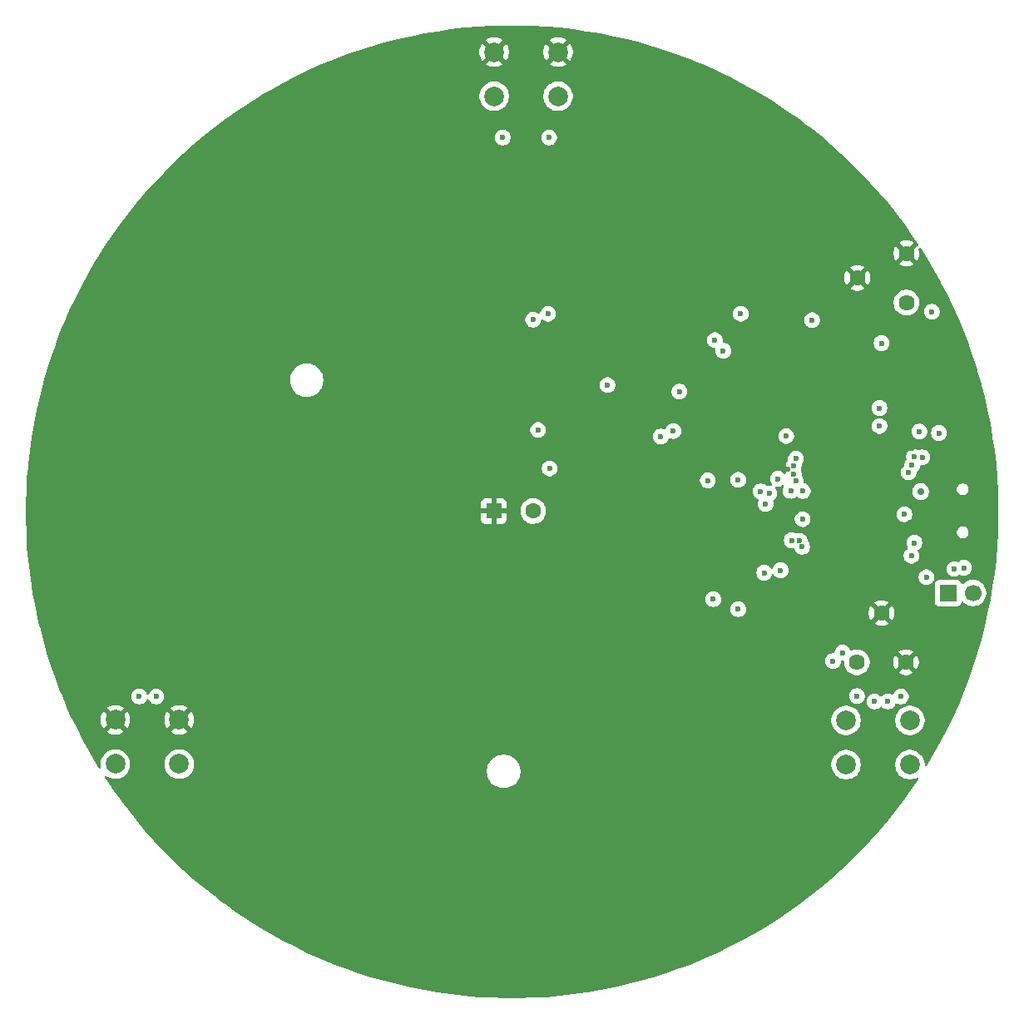
<source format=gbr>
%TF.GenerationSoftware,KiCad,Pcbnew,9.0.1*%
%TF.CreationDate,2025-07-27T01:52:17-03:00*%
%TF.ProjectId,board,626f6172-642e-46b6-9963-61645f706362,rev?*%
%TF.SameCoordinates,Original*%
%TF.FileFunction,Copper,L3,Inr*%
%TF.FilePolarity,Positive*%
%FSLAX46Y46*%
G04 Gerber Fmt 4.6, Leading zero omitted, Abs format (unit mm)*
G04 Created by KiCad (PCBNEW 9.0.1) date 2025-07-27 01:52:17*
%MOMM*%
%LPD*%
G01*
G04 APERTURE LIST*
%TA.AperFunction,ComponentPad*%
%ADD10C,1.620000*%
%TD*%
%TA.AperFunction,ComponentPad*%
%ADD11R,1.700000X1.700000*%
%TD*%
%TA.AperFunction,ComponentPad*%
%ADD12C,1.700000*%
%TD*%
%TA.AperFunction,ComponentPad*%
%ADD13R,1.600000X1.600000*%
%TD*%
%TA.AperFunction,ComponentPad*%
%ADD14C,1.600000*%
%TD*%
%TA.AperFunction,ComponentPad*%
%ADD15C,2.000000*%
%TD*%
%TA.AperFunction,ViaPad*%
%ADD16C,0.600000*%
%TD*%
%TA.AperFunction,ViaPad*%
%ADD17C,0.700000*%
%TD*%
%TA.AperFunction,Conductor*%
%ADD18C,0.300000*%
%TD*%
G04 APERTURE END LIST*
D10*
%TO.N,5V*%
%TO.C,RV1*%
X110993000Y-42271000D03*
X105993000Y-44771000D03*
%TO.N,Net-(U2-DIS)*%
X110993000Y-47271000D03*
%TD*%
D11*
%TO.N,Net-(J1-Pin_1)*%
%TO.C,J1*%
X115234400Y-76835400D03*
D12*
%TO.N,Net-(J1-Pin_2)*%
X117774400Y-76835400D03*
%TD*%
D13*
%TO.N,5V*%
%TO.C,BZ1*%
X69000000Y-68500000D03*
D14*
%TO.N,Net-(BZ1--)*%
X73000000Y-68500000D03*
%TD*%
D15*
%TO.N,5V*%
%TO.C,SW1*%
X69038400Y-21778400D03*
X75538400Y-21778400D03*
%TO.N,Net-(SW1-B)*%
X69038400Y-26278400D03*
X75538400Y-26278400D03*
%TD*%
%TO.N,RESET*%
%TO.C,SW4*%
X111352400Y-94299600D03*
X104852400Y-94299600D03*
%TO.N,GND*%
X111352400Y-89799600D03*
X104852400Y-89799600D03*
%TD*%
D10*
%TO.N,5V*%
%TO.C,RV2*%
X110953000Y-83881600D03*
X108453000Y-78881600D03*
%TO.N,Net-(U5-DIS)*%
X105953000Y-83881600D03*
%TD*%
D15*
%TO.N,5V*%
%TO.C,SW2*%
X30481200Y-89748800D03*
X36981200Y-89748800D03*
%TO.N,Net-(SW1-B)*%
X30481200Y-94248800D03*
X36981200Y-94248800D03*
%TD*%
D16*
%TO.N,Net-(BZ1--)*%
X97020000Y-66710000D03*
%TO.N,GND*%
X112594649Y-63019698D03*
%TO.N,DT+*%
X99532778Y-63856419D03*
%TO.N,Net-(SW1-B)*%
X114300000Y-60553600D03*
X69900800Y-30480000D03*
X74625200Y-30480000D03*
X32918400Y-87376000D03*
X34645600Y-87376000D03*
%TO.N,5V*%
X36322000Y-86106000D03*
X96621600Y-73456800D03*
X108204000Y-52628800D03*
X110871000Y-72161400D03*
X98910006Y-64274341D03*
X99070000Y-67410000D03*
X103682800Y-80924400D03*
X110605393Y-63434607D03*
X73609200Y-63398400D03*
X94030800Y-60858400D03*
X108254800Y-54000400D03*
D17*
X111353600Y-69748400D03*
D16*
X30988000Y-86207600D03*
X96672400Y-71831200D03*
X71272400Y-29057600D03*
X79044800Y-48412400D03*
X81584800Y-60909200D03*
X80670400Y-48717200D03*
X108051600Y-75234800D03*
X93014800Y-60096400D03*
X91795600Y-60655200D03*
X83362800Y-49834800D03*
X73660000Y-29057600D03*
X103530400Y-88087200D03*
X111514254Y-62151436D03*
X103225600Y-46075600D03*
%TO.N,GND*%
X93878400Y-65328800D03*
D17*
X112442800Y-66520000D03*
D16*
X86004400Y-60909200D03*
X96672400Y-67767200D03*
X108254800Y-59842400D03*
X108458000Y-51409600D03*
X100380800Y-72136000D03*
X101396800Y-49072800D03*
X74523600Y-48412400D03*
X100126800Y-71526400D03*
X87274400Y-60350400D03*
X100448520Y-66458480D03*
X110439200Y-87376000D03*
X96164400Y-66497200D03*
X91338400Y-77470000D03*
X96520000Y-74777600D03*
X111224999Y-64565223D03*
X113588800Y-48209200D03*
X100430000Y-69320000D03*
X94132400Y-48412400D03*
X98755200Y-60858400D03*
X110794800Y-68834000D03*
X99756734Y-63140635D03*
X105968800Y-87325200D03*
X113030000Y-75234800D03*
X73507600Y-60248800D03*
X99724449Y-65443502D03*
X108254800Y-58013600D03*
X87884000Y-56337200D03*
X99314000Y-71475600D03*
%TO.N,CLOCK*%
X112318800Y-60401200D03*
X91490800Y-51104800D03*
%TO.N,Net-(U5-DIS)*%
X93878400Y-78486000D03*
X104495600Y-82905600D03*
%TO.N,ALARM*%
X72999600Y-49022000D03*
X90779600Y-65379600D03*
X99216092Y-66458465D03*
%TO.N,DT+*%
X111761207Y-62964075D03*
%TO.N,Net-(J1-Pin_2)*%
X111810800Y-71729600D03*
X116840000Y-74269600D03*
%TO.N,DT-*%
X111575000Y-63840000D03*
X99532778Y-64706419D03*
%TO.N,Net-(J1-Pin_1)*%
X111506000Y-73050400D03*
X115849400Y-74396600D03*
%TO.N,Net-(BZ1--)*%
X74676000Y-64160400D03*
%TO.N,RESET*%
X80568800Y-55676800D03*
X109118400Y-87884000D03*
X98196400Y-74523600D03*
X97907000Y-65213000D03*
X107746800Y-87884000D03*
X103530400Y-83769200D03*
X92354400Y-52171600D03*
%TD*%
D18*
%TO.N,5V*%
X98910006Y-64274341D02*
X98574341Y-64274341D01*
%TD*%
%TA.AperFunction,Conductor*%
%TO.N,5V*%
G36*
X71561952Y-19085417D02*
G01*
X72946386Y-19124260D01*
X72949735Y-19124401D01*
X74332583Y-19202060D01*
X74336036Y-19202303D01*
X75716124Y-19318712D01*
X75719470Y-19319042D01*
X77059980Y-19470080D01*
X77095760Y-19474112D01*
X77099213Y-19474550D01*
X78470545Y-19668150D01*
X78473935Y-19668677D01*
X79839367Y-19900673D01*
X79842768Y-19901301D01*
X81201101Y-20171490D01*
X81204440Y-20172203D01*
X82151211Y-20388297D01*
X82554689Y-20480388D01*
X82558063Y-20481207D01*
X83899165Y-20827149D01*
X83902411Y-20828035D01*
X85233349Y-21211472D01*
X85236558Y-21212445D01*
X86556146Y-21633035D01*
X86559377Y-21634115D01*
X87866664Y-22091555D01*
X87869928Y-22092749D01*
X87972633Y-22131954D01*
X89163789Y-22586642D01*
X89167017Y-22587926D01*
X89502176Y-22726753D01*
X90446537Y-23117921D01*
X90449731Y-23119297D01*
X91713879Y-23684966D01*
X91717003Y-23686417D01*
X92389320Y-24010188D01*
X92964812Y-24287330D01*
X92967924Y-24288883D01*
X94198385Y-24924554D01*
X94201379Y-24926153D01*
X95136829Y-25443159D01*
X95413556Y-25596101D01*
X95416576Y-25597826D01*
X96609427Y-26301471D01*
X96612398Y-26303280D01*
X97198732Y-26671697D01*
X97695579Y-26983887D01*
X97785066Y-27040115D01*
X97787975Y-27042000D01*
X98939523Y-27811441D01*
X98942343Y-27813383D01*
X100071920Y-28614859D01*
X100074668Y-28616869D01*
X100770624Y-29140630D01*
X101181241Y-29449651D01*
X101183991Y-29451781D01*
X102266790Y-30315285D01*
X102269478Y-30317491D01*
X103327613Y-31211006D01*
X103330239Y-31213287D01*
X104362909Y-32136136D01*
X104365470Y-32138490D01*
X105371866Y-33089954D01*
X105374359Y-33092379D01*
X106353620Y-34071640D01*
X106356045Y-34074133D01*
X107307509Y-35080529D01*
X107309863Y-35083090D01*
X108232712Y-36115760D01*
X108234993Y-36118386D01*
X109128508Y-37176521D01*
X109130714Y-37179209D01*
X109994218Y-38262008D01*
X109996348Y-38264758D01*
X110829108Y-39371301D01*
X110831161Y-39374109D01*
X111632601Y-40503634D01*
X111634573Y-40506498D01*
X112195263Y-41345629D01*
X112216141Y-41412307D01*
X112197656Y-41479687D01*
X112145678Y-41526377D01*
X112082433Y-41538138D01*
X112079633Y-41537917D01*
X111435137Y-42182413D01*
X111412333Y-42097306D01*
X111353090Y-41994694D01*
X111269306Y-41910910D01*
X111166694Y-41851667D01*
X111081583Y-41828861D01*
X111726081Y-41184365D01*
X111679590Y-41150587D01*
X111495868Y-41056976D01*
X111299759Y-40993256D01*
X111096104Y-40961000D01*
X110889896Y-40961000D01*
X110686240Y-40993256D01*
X110490131Y-41056976D01*
X110306413Y-41150585D01*
X110259918Y-41184365D01*
X110259918Y-41184366D01*
X110904414Y-41828861D01*
X110819306Y-41851667D01*
X110716694Y-41910910D01*
X110632910Y-41994694D01*
X110573667Y-42097306D01*
X110550861Y-42182414D01*
X109906366Y-41537918D01*
X109906365Y-41537918D01*
X109872585Y-41584413D01*
X109778976Y-41768131D01*
X109715256Y-41964240D01*
X109683000Y-42167895D01*
X109683000Y-42374104D01*
X109715256Y-42577759D01*
X109778976Y-42773868D01*
X109872587Y-42957590D01*
X109906365Y-43004080D01*
X109906365Y-43004081D01*
X110550861Y-42359584D01*
X110573667Y-42444694D01*
X110632910Y-42547306D01*
X110716694Y-42631090D01*
X110819306Y-42690333D01*
X110904414Y-42713137D01*
X110259917Y-43357633D01*
X110259918Y-43357634D01*
X110306404Y-43391408D01*
X110306417Y-43391416D01*
X110490131Y-43485023D01*
X110686240Y-43548743D01*
X110889896Y-43581000D01*
X111096104Y-43581000D01*
X111299759Y-43548743D01*
X111495868Y-43485023D01*
X111679590Y-43391412D01*
X111726080Y-43357634D01*
X111726080Y-43357633D01*
X111081585Y-42713138D01*
X111166694Y-42690333D01*
X111269306Y-42631090D01*
X111353090Y-42547306D01*
X111412333Y-42444694D01*
X111435138Y-42359585D01*
X112079633Y-43004080D01*
X112079634Y-43004080D01*
X112113412Y-42957590D01*
X112207023Y-42773868D01*
X112270743Y-42577759D01*
X112303000Y-42374104D01*
X112303000Y-42167895D01*
X112270743Y-41964240D01*
X112230837Y-41841420D01*
X112228842Y-41771579D01*
X112264922Y-41711746D01*
X112327623Y-41680918D01*
X112397037Y-41688883D01*
X112451126Y-41733111D01*
X112453762Y-41737130D01*
X113142719Y-42833601D01*
X113144528Y-42836572D01*
X113848173Y-44029423D01*
X113849898Y-44032443D01*
X114165261Y-44603048D01*
X114506791Y-45221000D01*
X114519826Y-45244584D01*
X114521465Y-45247651D01*
X115157116Y-46478075D01*
X115158669Y-46481187D01*
X115759575Y-47728981D01*
X115761040Y-47732136D01*
X116326702Y-48996268D01*
X116328078Y-48999462D01*
X116858071Y-50278978D01*
X116859357Y-50282210D01*
X117353249Y-51576069D01*
X117354444Y-51579335D01*
X117811873Y-52886589D01*
X117812975Y-52889888D01*
X118181580Y-54046376D01*
X118233535Y-54209381D01*
X118234541Y-54212695D01*
X118615980Y-55536700D01*
X118617949Y-55543533D01*
X118618863Y-55546882D01*
X118660304Y-55707538D01*
X118964790Y-56887931D01*
X118965611Y-56891310D01*
X119273789Y-58241528D01*
X119274515Y-58244930D01*
X119544696Y-59603222D01*
X119545327Y-59606642D01*
X119777318Y-60972041D01*
X119777852Y-60975478D01*
X119971449Y-62346789D01*
X119971887Y-62350239D01*
X120126951Y-63726471D01*
X120127292Y-63729933D01*
X120243695Y-65109955D01*
X120243939Y-65113424D01*
X120321595Y-66496202D01*
X120321741Y-66499677D01*
X120360583Y-67884047D01*
X120360632Y-67887525D01*
X120360632Y-69272474D01*
X120360583Y-69275952D01*
X120321741Y-70660322D01*
X120321595Y-70663797D01*
X120243939Y-72046575D01*
X120243695Y-72050044D01*
X120127292Y-73430066D01*
X120126951Y-73433528D01*
X119971887Y-74809760D01*
X119971449Y-74813210D01*
X119777852Y-76184521D01*
X119777318Y-76187958D01*
X119545327Y-77553357D01*
X119544696Y-77556777D01*
X119274515Y-78915069D01*
X119273789Y-78918471D01*
X118965611Y-80268689D01*
X118964790Y-80272068D01*
X118618865Y-81613110D01*
X118617949Y-81616466D01*
X118234545Y-82947290D01*
X118233535Y-82950618D01*
X117812975Y-84270111D01*
X117811873Y-84273410D01*
X117354444Y-85580664D01*
X117353249Y-85583930D01*
X116859357Y-86877789D01*
X116858071Y-86881021D01*
X116328078Y-88160537D01*
X116326702Y-88163731D01*
X115761040Y-89427863D01*
X115759575Y-89431018D01*
X115158669Y-90678812D01*
X115157116Y-90681924D01*
X114521465Y-91912348D01*
X114519826Y-91915415D01*
X113849898Y-93127556D01*
X113848173Y-93130576D01*
X113144528Y-94323427D01*
X113142719Y-94326397D01*
X113081894Y-94423201D01*
X113029560Y-94469493D01*
X112960507Y-94480142D01*
X112896658Y-94451767D01*
X112858286Y-94393377D01*
X112852900Y-94357230D01*
X112852900Y-94181502D01*
X112815953Y-93948231D01*
X112742966Y-93723603D01*
X112635742Y-93513166D01*
X112605539Y-93471595D01*
X112496917Y-93322090D01*
X112329910Y-93155083D01*
X112138833Y-93016257D01*
X111928396Y-92909033D01*
X111703768Y-92836046D01*
X111470497Y-92799100D01*
X111470492Y-92799100D01*
X111234308Y-92799100D01*
X111234303Y-92799100D01*
X111001031Y-92836046D01*
X110776403Y-92909033D01*
X110565966Y-93016257D01*
X110456950Y-93095462D01*
X110374890Y-93155083D01*
X110374888Y-93155085D01*
X110374887Y-93155085D01*
X110207885Y-93322087D01*
X110207885Y-93322088D01*
X110207883Y-93322090D01*
X110161239Y-93386290D01*
X110069057Y-93513166D01*
X109961833Y-93723603D01*
X109888846Y-93948231D01*
X109851900Y-94181502D01*
X109851900Y-94417697D01*
X109888846Y-94650968D01*
X109961833Y-94875596D01*
X110043173Y-95035233D01*
X110069057Y-95086033D01*
X110207883Y-95277110D01*
X110374890Y-95444117D01*
X110565967Y-95582943D01*
X110638845Y-95620076D01*
X110776403Y-95690166D01*
X110776405Y-95690166D01*
X110776408Y-95690168D01*
X110896812Y-95729289D01*
X111001031Y-95763153D01*
X111234303Y-95800100D01*
X111234308Y-95800100D01*
X111470497Y-95800100D01*
X111703768Y-95763153D01*
X111732781Y-95753726D01*
X111928392Y-95690168D01*
X112035448Y-95635619D01*
X112104117Y-95622724D01*
X112168858Y-95649000D01*
X112209115Y-95706106D01*
X112212107Y-95775912D01*
X112194845Y-95814996D01*
X111634573Y-96653501D01*
X111632601Y-96656365D01*
X110831161Y-97785890D01*
X110829108Y-97788698D01*
X109996348Y-98895241D01*
X109994218Y-98897991D01*
X109130714Y-99980790D01*
X109128508Y-99983478D01*
X108234993Y-101041613D01*
X108232712Y-101044239D01*
X107309863Y-102076909D01*
X107307509Y-102079470D01*
X106356045Y-103085866D01*
X106353620Y-103088359D01*
X105374359Y-104067620D01*
X105371866Y-104070045D01*
X104365470Y-105021509D01*
X104362909Y-105023863D01*
X103330239Y-105946712D01*
X103327613Y-105948993D01*
X102269478Y-106842508D01*
X102266790Y-106844714D01*
X101183991Y-107708218D01*
X101181241Y-107710348D01*
X100074698Y-108543108D01*
X100071890Y-108545161D01*
X98942365Y-109346601D01*
X98939501Y-109348573D01*
X97787985Y-110117992D01*
X97785066Y-110119884D01*
X96612398Y-110856719D01*
X96609427Y-110858528D01*
X95416576Y-111562173D01*
X95413556Y-111563898D01*
X94201415Y-112233826D01*
X94198348Y-112235465D01*
X92967924Y-112871116D01*
X92964812Y-112872669D01*
X91717018Y-113473575D01*
X91713863Y-113475040D01*
X90449731Y-114040702D01*
X90446537Y-114042078D01*
X89167021Y-114572071D01*
X89163789Y-114573357D01*
X87869930Y-115067249D01*
X87866664Y-115068444D01*
X86559410Y-115525873D01*
X86556111Y-115526975D01*
X85236618Y-115947535D01*
X85233290Y-115948545D01*
X83902466Y-116331949D01*
X83899110Y-116332865D01*
X82558068Y-116678790D01*
X82554689Y-116679611D01*
X81204471Y-116987789D01*
X81201069Y-116988515D01*
X79842777Y-117258696D01*
X79839357Y-117259327D01*
X78473958Y-117491318D01*
X78470521Y-117491852D01*
X77099210Y-117685449D01*
X77095760Y-117685887D01*
X75719528Y-117840951D01*
X75716066Y-117841292D01*
X74336044Y-117957695D01*
X74332575Y-117957939D01*
X72949797Y-118035595D01*
X72946322Y-118035741D01*
X71561952Y-118074583D01*
X71558474Y-118074632D01*
X70173526Y-118074632D01*
X70170048Y-118074583D01*
X68785677Y-118035741D01*
X68782202Y-118035595D01*
X67399424Y-117957939D01*
X67395955Y-117957695D01*
X66015933Y-117841292D01*
X66012471Y-117840951D01*
X64636239Y-117685887D01*
X64632789Y-117685449D01*
X63261478Y-117491852D01*
X63258041Y-117491318D01*
X61892642Y-117259327D01*
X61889222Y-117258696D01*
X60530930Y-116988515D01*
X60527528Y-116987789D01*
X59177310Y-116679611D01*
X59173931Y-116678790D01*
X57832889Y-116332865D01*
X57829533Y-116331949D01*
X56498695Y-115948541D01*
X56495396Y-115947539D01*
X55175888Y-115526975D01*
X55172589Y-115525873D01*
X53865335Y-115068444D01*
X53862069Y-115067249D01*
X52568210Y-114573357D01*
X52564978Y-114572071D01*
X51285462Y-114042078D01*
X51282268Y-114040702D01*
X50018136Y-113475040D01*
X50014981Y-113473575D01*
X48767187Y-112872669D01*
X48764075Y-112871116D01*
X47533651Y-112235465D01*
X47530584Y-112233826D01*
X46318443Y-111563898D01*
X46315423Y-111562173D01*
X45122572Y-110858528D01*
X45119601Y-110856719D01*
X43946933Y-110119884D01*
X43944014Y-110117992D01*
X42792498Y-109348573D01*
X42789634Y-109346601D01*
X41660092Y-108545148D01*
X41657318Y-108543120D01*
X41235272Y-108225498D01*
X40550758Y-107710348D01*
X40548008Y-107708218D01*
X39465209Y-106844714D01*
X39462521Y-106842508D01*
X38404386Y-105948993D01*
X38401760Y-105946712D01*
X37369090Y-105023863D01*
X37366529Y-105021509D01*
X36360133Y-104070045D01*
X36357640Y-104067620D01*
X35378379Y-103088359D01*
X35375954Y-103085866D01*
X34424490Y-102079470D01*
X34422136Y-102076909D01*
X33499287Y-101044239D01*
X33497006Y-101041613D01*
X32603491Y-99983478D01*
X32601285Y-99980790D01*
X31737781Y-98897991D01*
X31735651Y-98895241D01*
X31348541Y-98380863D01*
X30902869Y-97788668D01*
X30900859Y-97785920D01*
X30099383Y-96656343D01*
X30097426Y-96653501D01*
X30070838Y-96613710D01*
X29406912Y-95620075D01*
X29386035Y-95553398D01*
X29404520Y-95486018D01*
X29456498Y-95439328D01*
X29525468Y-95428152D01*
X29582899Y-95450866D01*
X29694767Y-95532143D01*
X29794191Y-95582802D01*
X29905203Y-95639366D01*
X29905205Y-95639366D01*
X29905208Y-95639368D01*
X30025612Y-95678489D01*
X30129831Y-95712353D01*
X30363103Y-95749300D01*
X30363108Y-95749300D01*
X30599297Y-95749300D01*
X30832568Y-95712353D01*
X30900852Y-95690166D01*
X31057192Y-95639368D01*
X31267633Y-95532143D01*
X31458710Y-95393317D01*
X31625717Y-95226310D01*
X31764543Y-95035233D01*
X31871768Y-94824792D01*
X31944753Y-94600168D01*
X31981700Y-94366897D01*
X31981700Y-94130702D01*
X35480700Y-94130702D01*
X35480700Y-94366897D01*
X35517646Y-94600168D01*
X35590633Y-94824796D01*
X35697857Y-95035233D01*
X35836683Y-95226310D01*
X36003690Y-95393317D01*
X36194767Y-95532143D01*
X36294191Y-95582802D01*
X36405203Y-95639366D01*
X36405205Y-95639366D01*
X36405208Y-95639368D01*
X36525612Y-95678489D01*
X36629831Y-95712353D01*
X36863103Y-95749300D01*
X36863108Y-95749300D01*
X37099297Y-95749300D01*
X37332568Y-95712353D01*
X37400852Y-95690166D01*
X37557192Y-95639368D01*
X37767633Y-95532143D01*
X37958710Y-95393317D01*
X38125717Y-95226310D01*
X38264543Y-95035233D01*
X38339282Y-94888549D01*
X68299500Y-94888549D01*
X68299500Y-95111450D01*
X68299501Y-95111466D01*
X68328594Y-95332452D01*
X68328595Y-95332457D01*
X68328596Y-95332463D01*
X68360322Y-95450867D01*
X68386290Y-95547780D01*
X68386293Y-95547790D01*
X68471593Y-95753722D01*
X68471595Y-95753726D01*
X68583052Y-95946774D01*
X68583057Y-95946780D01*
X68583058Y-95946782D01*
X68718751Y-96123622D01*
X68718757Y-96123629D01*
X68876370Y-96281242D01*
X68876376Y-96281247D01*
X69053226Y-96416948D01*
X69246274Y-96528405D01*
X69452219Y-96613710D01*
X69667537Y-96671404D01*
X69888543Y-96700500D01*
X69888550Y-96700500D01*
X70111450Y-96700500D01*
X70111457Y-96700500D01*
X70332463Y-96671404D01*
X70547781Y-96613710D01*
X70753726Y-96528405D01*
X70946774Y-96416948D01*
X71123624Y-96281247D01*
X71281247Y-96123624D01*
X71416948Y-95946774D01*
X71528405Y-95753726D01*
X71613710Y-95547781D01*
X71671404Y-95332463D01*
X71700500Y-95111457D01*
X71700500Y-94888543D01*
X71671404Y-94667537D01*
X71613710Y-94452219D01*
X71599408Y-94417692D01*
X71528406Y-94246277D01*
X71528403Y-94246270D01*
X71523995Y-94238635D01*
X71491009Y-94181502D01*
X103351900Y-94181502D01*
X103351900Y-94417697D01*
X103388846Y-94650968D01*
X103461833Y-94875596D01*
X103543173Y-95035233D01*
X103569057Y-95086033D01*
X103707883Y-95277110D01*
X103874890Y-95444117D01*
X104065967Y-95582943D01*
X104138845Y-95620076D01*
X104276403Y-95690166D01*
X104276405Y-95690166D01*
X104276408Y-95690168D01*
X104396812Y-95729289D01*
X104501031Y-95763153D01*
X104734303Y-95800100D01*
X104734308Y-95800100D01*
X104970497Y-95800100D01*
X105203768Y-95763153D01*
X105232781Y-95753726D01*
X105428392Y-95690168D01*
X105638833Y-95582943D01*
X105829910Y-95444117D01*
X105996917Y-95277110D01*
X106135743Y-95086033D01*
X106242968Y-94875592D01*
X106315953Y-94650968D01*
X106323999Y-94600168D01*
X106352900Y-94417697D01*
X106352900Y-94181502D01*
X106315953Y-93948231D01*
X106242966Y-93723603D01*
X106135742Y-93513166D01*
X106105539Y-93471595D01*
X105996917Y-93322090D01*
X105829910Y-93155083D01*
X105638833Y-93016257D01*
X105428396Y-92909033D01*
X105203768Y-92836046D01*
X104970497Y-92799100D01*
X104970492Y-92799100D01*
X104734308Y-92799100D01*
X104734303Y-92799100D01*
X104501031Y-92836046D01*
X104276403Y-92909033D01*
X104065966Y-93016257D01*
X103956950Y-93095462D01*
X103874890Y-93155083D01*
X103874888Y-93155085D01*
X103874887Y-93155085D01*
X103707885Y-93322087D01*
X103707885Y-93322088D01*
X103707883Y-93322090D01*
X103661239Y-93386290D01*
X103569057Y-93513166D01*
X103461833Y-93723603D01*
X103388846Y-93948231D01*
X103351900Y-94181502D01*
X71491009Y-94181502D01*
X71416948Y-94053226D01*
X71281247Y-93876376D01*
X71281242Y-93876370D01*
X71123629Y-93718757D01*
X71123622Y-93718751D01*
X70946782Y-93583058D01*
X70946780Y-93583057D01*
X70946774Y-93583052D01*
X70753726Y-93471595D01*
X70753722Y-93471593D01*
X70547790Y-93386293D01*
X70547783Y-93386291D01*
X70547781Y-93386290D01*
X70332463Y-93328596D01*
X70332457Y-93328595D01*
X70332452Y-93328594D01*
X70111466Y-93299501D01*
X70111463Y-93299500D01*
X70111457Y-93299500D01*
X69888543Y-93299500D01*
X69888537Y-93299500D01*
X69888533Y-93299501D01*
X69667547Y-93328594D01*
X69667540Y-93328595D01*
X69667537Y-93328596D01*
X69452219Y-93386290D01*
X69452209Y-93386293D01*
X69246277Y-93471593D01*
X69246273Y-93471595D01*
X69053226Y-93583052D01*
X69053217Y-93583058D01*
X68876377Y-93718751D01*
X68876370Y-93718757D01*
X68718757Y-93876370D01*
X68718751Y-93876377D01*
X68583058Y-94053217D01*
X68583052Y-94053226D01*
X68471595Y-94246273D01*
X68471593Y-94246277D01*
X68386293Y-94452209D01*
X68386290Y-94452219D01*
X68346648Y-94600168D01*
X68328597Y-94667534D01*
X68328594Y-94667547D01*
X68299501Y-94888533D01*
X68299500Y-94888549D01*
X38339282Y-94888549D01*
X38371768Y-94824792D01*
X38444753Y-94600168D01*
X38481700Y-94366897D01*
X38481700Y-94130702D01*
X38444753Y-93897431D01*
X38371766Y-93672803D01*
X38290426Y-93513166D01*
X38264543Y-93462367D01*
X38125717Y-93271290D01*
X37958710Y-93104283D01*
X37767633Y-92965457D01*
X37557196Y-92858233D01*
X37332568Y-92785246D01*
X37099297Y-92748300D01*
X37099292Y-92748300D01*
X36863108Y-92748300D01*
X36863103Y-92748300D01*
X36629831Y-92785246D01*
X36405203Y-92858233D01*
X36194766Y-92965457D01*
X36124847Y-93016257D01*
X36003690Y-93104283D01*
X36003688Y-93104285D01*
X36003687Y-93104285D01*
X35836685Y-93271287D01*
X35836685Y-93271288D01*
X35836683Y-93271290D01*
X35799777Y-93322087D01*
X35697857Y-93462366D01*
X35590633Y-93672803D01*
X35517646Y-93897431D01*
X35480700Y-94130702D01*
X31981700Y-94130702D01*
X31944753Y-93897431D01*
X31871766Y-93672803D01*
X31790426Y-93513166D01*
X31764543Y-93462367D01*
X31625717Y-93271290D01*
X31458710Y-93104283D01*
X31267633Y-92965457D01*
X31057196Y-92858233D01*
X30832568Y-92785246D01*
X30599297Y-92748300D01*
X30599292Y-92748300D01*
X30363108Y-92748300D01*
X30363103Y-92748300D01*
X30129831Y-92785246D01*
X29905203Y-92858233D01*
X29694766Y-92965457D01*
X29624847Y-93016257D01*
X29503690Y-93104283D01*
X29503688Y-93104285D01*
X29503687Y-93104285D01*
X29336685Y-93271287D01*
X29336685Y-93271288D01*
X29336683Y-93271290D01*
X29299777Y-93322087D01*
X29197857Y-93462366D01*
X29090633Y-93672803D01*
X29017646Y-93897431D01*
X28980700Y-94130702D01*
X28980700Y-94366897D01*
X29009301Y-94547477D01*
X29000346Y-94616771D01*
X28955350Y-94670223D01*
X28888599Y-94690862D01*
X28821285Y-94672137D01*
X28781834Y-94632847D01*
X28761300Y-94600168D01*
X28646644Y-94417692D01*
X28589280Y-94326398D01*
X28587471Y-94323427D01*
X27883826Y-93130576D01*
X27882101Y-93127556D01*
X27792512Y-92965457D01*
X27212153Y-91915379D01*
X27210554Y-91912385D01*
X26574883Y-90681924D01*
X26573330Y-90678812D01*
X26092172Y-89679677D01*
X26068609Y-89630747D01*
X28981200Y-89630747D01*
X28981200Y-89866852D01*
X29018134Y-90100047D01*
X29091097Y-90324602D01*
X29198287Y-90534974D01*
X29258538Y-90617904D01*
X29258540Y-90617905D01*
X29957412Y-89919033D01*
X29968682Y-89961092D01*
X30041090Y-90086508D01*
X30143492Y-90188910D01*
X30268908Y-90261318D01*
X30310965Y-90272587D01*
X29612093Y-90971458D01*
X29695028Y-91031714D01*
X29905397Y-91138902D01*
X30129952Y-91211865D01*
X30129951Y-91211865D01*
X30363148Y-91248800D01*
X30599252Y-91248800D01*
X30832447Y-91211865D01*
X31057002Y-91138902D01*
X31267363Y-91031718D01*
X31267369Y-91031714D01*
X31350304Y-90971458D01*
X31350305Y-90971458D01*
X30651433Y-90272587D01*
X30693492Y-90261318D01*
X30818908Y-90188910D01*
X30921310Y-90086508D01*
X30993718Y-89961092D01*
X31004987Y-89919033D01*
X31703858Y-90617905D01*
X31703858Y-90617904D01*
X31764114Y-90534969D01*
X31764118Y-90534963D01*
X31871302Y-90324602D01*
X31944265Y-90100047D01*
X31981200Y-89866852D01*
X31981200Y-89630747D01*
X35481200Y-89630747D01*
X35481200Y-89866852D01*
X35518134Y-90100047D01*
X35591097Y-90324602D01*
X35698287Y-90534974D01*
X35758538Y-90617904D01*
X35758540Y-90617905D01*
X36457412Y-89919033D01*
X36468682Y-89961092D01*
X36541090Y-90086508D01*
X36643492Y-90188910D01*
X36768908Y-90261318D01*
X36810965Y-90272587D01*
X36112093Y-90971458D01*
X36195028Y-91031714D01*
X36405397Y-91138902D01*
X36629952Y-91211865D01*
X36629951Y-91211865D01*
X36863148Y-91248800D01*
X37099252Y-91248800D01*
X37332447Y-91211865D01*
X37557002Y-91138902D01*
X37767363Y-91031718D01*
X37767369Y-91031714D01*
X37850304Y-90971458D01*
X37850305Y-90971458D01*
X37151433Y-90272587D01*
X37193492Y-90261318D01*
X37318908Y-90188910D01*
X37421310Y-90086508D01*
X37493718Y-89961092D01*
X37504987Y-89919033D01*
X38203858Y-90617905D01*
X38203858Y-90617904D01*
X38264114Y-90534969D01*
X38264118Y-90534963D01*
X38371302Y-90324602D01*
X38444265Y-90100047D01*
X38481200Y-89866852D01*
X38481200Y-89681502D01*
X103351900Y-89681502D01*
X103351900Y-89917697D01*
X103388846Y-90150968D01*
X103461833Y-90375596D01*
X103543041Y-90534974D01*
X103569057Y-90586033D01*
X103707883Y-90777110D01*
X103874890Y-90944117D01*
X104065967Y-91082943D01*
X104157370Y-91129515D01*
X104276403Y-91190166D01*
X104276405Y-91190166D01*
X104276408Y-91190168D01*
X104396812Y-91229289D01*
X104501031Y-91263153D01*
X104734303Y-91300100D01*
X104734308Y-91300100D01*
X104970497Y-91300100D01*
X105203768Y-91263153D01*
X105428392Y-91190168D01*
X105638833Y-91082943D01*
X105829910Y-90944117D01*
X105996917Y-90777110D01*
X106135743Y-90586033D01*
X106242968Y-90375592D01*
X106315953Y-90150968D01*
X106324018Y-90100047D01*
X106352900Y-89917697D01*
X106352900Y-89681502D01*
X109851900Y-89681502D01*
X109851900Y-89917697D01*
X109888846Y-90150968D01*
X109961833Y-90375596D01*
X110043041Y-90534974D01*
X110069057Y-90586033D01*
X110207883Y-90777110D01*
X110374890Y-90944117D01*
X110565967Y-91082943D01*
X110657370Y-91129515D01*
X110776403Y-91190166D01*
X110776405Y-91190166D01*
X110776408Y-91190168D01*
X110896812Y-91229289D01*
X111001031Y-91263153D01*
X111234303Y-91300100D01*
X111234308Y-91300100D01*
X111470497Y-91300100D01*
X111703768Y-91263153D01*
X111928392Y-91190168D01*
X112138833Y-91082943D01*
X112329910Y-90944117D01*
X112496917Y-90777110D01*
X112635743Y-90586033D01*
X112742968Y-90375592D01*
X112815953Y-90150968D01*
X112824018Y-90100047D01*
X112852900Y-89917697D01*
X112852900Y-89681502D01*
X112815953Y-89448231D01*
X112742966Y-89223603D01*
X112635742Y-89013166D01*
X112496917Y-88822090D01*
X112329910Y-88655083D01*
X112138833Y-88516257D01*
X111928396Y-88409033D01*
X111703768Y-88336046D01*
X111470497Y-88299100D01*
X111470492Y-88299100D01*
X111234308Y-88299100D01*
X111234303Y-88299100D01*
X111001031Y-88336046D01*
X110776403Y-88409033D01*
X110565966Y-88516257D01*
X110459803Y-88593390D01*
X110374890Y-88655083D01*
X110374888Y-88655085D01*
X110374887Y-88655085D01*
X110207885Y-88822087D01*
X110207885Y-88822088D01*
X110207883Y-88822090D01*
X110166032Y-88879693D01*
X110069057Y-89013166D01*
X109961833Y-89223603D01*
X109888846Y-89448231D01*
X109851900Y-89681502D01*
X106352900Y-89681502D01*
X106315953Y-89448231D01*
X106242966Y-89223603D01*
X106135742Y-89013166D01*
X105996917Y-88822090D01*
X105829910Y-88655083D01*
X105638833Y-88516257D01*
X105428396Y-88409033D01*
X105203768Y-88336046D01*
X104970497Y-88299100D01*
X104970492Y-88299100D01*
X104734308Y-88299100D01*
X104734303Y-88299100D01*
X104501031Y-88336046D01*
X104276403Y-88409033D01*
X104065966Y-88516257D01*
X103959803Y-88593390D01*
X103874890Y-88655083D01*
X103874888Y-88655085D01*
X103874887Y-88655085D01*
X103707885Y-88822087D01*
X103707885Y-88822088D01*
X103707883Y-88822090D01*
X103666032Y-88879693D01*
X103569057Y-89013166D01*
X103461833Y-89223603D01*
X103388846Y-89448231D01*
X103351900Y-89681502D01*
X38481200Y-89681502D01*
X38481200Y-89630747D01*
X38444265Y-89397552D01*
X38371302Y-89172997D01*
X38264114Y-88962628D01*
X38203858Y-88879694D01*
X38203858Y-88879693D01*
X37504987Y-89578565D01*
X37493718Y-89536508D01*
X37421310Y-89411092D01*
X37318908Y-89308690D01*
X37193492Y-89236282D01*
X37151434Y-89225012D01*
X37850305Y-88526140D01*
X37850304Y-88526138D01*
X37767374Y-88465887D01*
X37557002Y-88358697D01*
X37332447Y-88285734D01*
X37332448Y-88285734D01*
X37099252Y-88248800D01*
X36863148Y-88248800D01*
X36629952Y-88285734D01*
X36405397Y-88358697D01*
X36195030Y-88465884D01*
X36112094Y-88526140D01*
X36810966Y-89225012D01*
X36768908Y-89236282D01*
X36643492Y-89308690D01*
X36541090Y-89411092D01*
X36468682Y-89536508D01*
X36457412Y-89578566D01*
X35758540Y-88879694D01*
X35698284Y-88962630D01*
X35591097Y-89172997D01*
X35518134Y-89397552D01*
X35481200Y-89630747D01*
X31981200Y-89630747D01*
X31944265Y-89397552D01*
X31871302Y-89172997D01*
X31764114Y-88962628D01*
X31703858Y-88879694D01*
X31703858Y-88879693D01*
X31004987Y-89578565D01*
X30993718Y-89536508D01*
X30921310Y-89411092D01*
X30818908Y-89308690D01*
X30693492Y-89236282D01*
X30651434Y-89225012D01*
X31350305Y-88526140D01*
X31350304Y-88526139D01*
X31267374Y-88465887D01*
X31057002Y-88358697D01*
X30832447Y-88285734D01*
X30832448Y-88285734D01*
X30599252Y-88248800D01*
X30363148Y-88248800D01*
X30129952Y-88285734D01*
X29905397Y-88358697D01*
X29695030Y-88465884D01*
X29612094Y-88526140D01*
X30310966Y-89225012D01*
X30268908Y-89236282D01*
X30143492Y-89308690D01*
X30041090Y-89411092D01*
X29968682Y-89536508D01*
X29957412Y-89578566D01*
X29258540Y-88879694D01*
X29198284Y-88962630D01*
X29091097Y-89172997D01*
X29018134Y-89397552D01*
X28981200Y-89630747D01*
X26068609Y-89630747D01*
X25972417Y-89431003D01*
X25970959Y-89427863D01*
X25449797Y-88263179D01*
X25405297Y-88163731D01*
X25403921Y-88160537D01*
X25063430Y-87338519D01*
X25046296Y-87297153D01*
X32117900Y-87297153D01*
X32117900Y-87454846D01*
X32148661Y-87609489D01*
X32148664Y-87609501D01*
X32209002Y-87755172D01*
X32209009Y-87755185D01*
X32296610Y-87886288D01*
X32296613Y-87886292D01*
X32408107Y-87997786D01*
X32408111Y-87997789D01*
X32539214Y-88085390D01*
X32539227Y-88085397D01*
X32636529Y-88125700D01*
X32684903Y-88145737D01*
X32839553Y-88176499D01*
X32839556Y-88176500D01*
X32839558Y-88176500D01*
X32997244Y-88176500D01*
X32997245Y-88176499D01*
X33151897Y-88145737D01*
X33297579Y-88085394D01*
X33428689Y-87997789D01*
X33540189Y-87886289D01*
X33627794Y-87755179D01*
X33648834Y-87704385D01*
X33667439Y-87659467D01*
X33711279Y-87605063D01*
X33777573Y-87582998D01*
X33845273Y-87600277D01*
X33892884Y-87651414D01*
X33896561Y-87659467D01*
X33936202Y-87755172D01*
X33936209Y-87755185D01*
X34023810Y-87886288D01*
X34023813Y-87886292D01*
X34135307Y-87997786D01*
X34135311Y-87997789D01*
X34266414Y-88085390D01*
X34266427Y-88085397D01*
X34363729Y-88125700D01*
X34412103Y-88145737D01*
X34566753Y-88176499D01*
X34566756Y-88176500D01*
X34566758Y-88176500D01*
X34724444Y-88176500D01*
X34724445Y-88176499D01*
X34879097Y-88145737D01*
X35024779Y-88085394D01*
X35155889Y-87997789D01*
X35267389Y-87886289D01*
X35354994Y-87755179D01*
X35415337Y-87609497D01*
X35446100Y-87454842D01*
X35446100Y-87297158D01*
X35446100Y-87297155D01*
X35446099Y-87297153D01*
X35439596Y-87264457D01*
X35435995Y-87246353D01*
X105168300Y-87246353D01*
X105168300Y-87404046D01*
X105199061Y-87558689D01*
X105199064Y-87558701D01*
X105259402Y-87704372D01*
X105259409Y-87704385D01*
X105347010Y-87835488D01*
X105347013Y-87835492D01*
X105458507Y-87946986D01*
X105458511Y-87946989D01*
X105589614Y-88034590D01*
X105589627Y-88034597D01*
X105712254Y-88085390D01*
X105735303Y-88094937D01*
X105889953Y-88125699D01*
X105889956Y-88125700D01*
X105889958Y-88125700D01*
X106047644Y-88125700D01*
X106047645Y-88125699D01*
X106202297Y-88094937D01*
X106347979Y-88034594D01*
X106479089Y-87946989D01*
X106590589Y-87835489D01*
X106610858Y-87805153D01*
X106946300Y-87805153D01*
X106946300Y-87962846D01*
X106977061Y-88117489D01*
X106977064Y-88117501D01*
X107037402Y-88263172D01*
X107037409Y-88263185D01*
X107125010Y-88394288D01*
X107125013Y-88394292D01*
X107236507Y-88505786D01*
X107236511Y-88505789D01*
X107367614Y-88593390D01*
X107367627Y-88593397D01*
X107513298Y-88653735D01*
X107513303Y-88653737D01*
X107667953Y-88684499D01*
X107667956Y-88684500D01*
X107667958Y-88684500D01*
X107825644Y-88684500D01*
X107825645Y-88684499D01*
X107980297Y-88653737D01*
X108125979Y-88593394D01*
X108257089Y-88505789D01*
X108296994Y-88465884D01*
X108344919Y-88417960D01*
X108406242Y-88384475D01*
X108475934Y-88389459D01*
X108520281Y-88417960D01*
X108608107Y-88505786D01*
X108608111Y-88505789D01*
X108739214Y-88593390D01*
X108739227Y-88593397D01*
X108884898Y-88653735D01*
X108884903Y-88653737D01*
X109039553Y-88684499D01*
X109039556Y-88684500D01*
X109039558Y-88684500D01*
X109197244Y-88684500D01*
X109197245Y-88684499D01*
X109351897Y-88653737D01*
X109497579Y-88593394D01*
X109628689Y-88505789D01*
X109740189Y-88394289D01*
X109827794Y-88263179D01*
X109877991Y-88141990D01*
X109921829Y-88087591D01*
X109988122Y-88065525D01*
X110055822Y-88082803D01*
X110059447Y-88085087D01*
X110060027Y-88085397D01*
X110157329Y-88125700D01*
X110205703Y-88145737D01*
X110360353Y-88176499D01*
X110360356Y-88176500D01*
X110360358Y-88176500D01*
X110518044Y-88176500D01*
X110518045Y-88176499D01*
X110672697Y-88145737D01*
X110818379Y-88085394D01*
X110949489Y-87997789D01*
X111060989Y-87886289D01*
X111148594Y-87755179D01*
X111208937Y-87609497D01*
X111239700Y-87454842D01*
X111239700Y-87297158D01*
X111239700Y-87297155D01*
X111239699Y-87297153D01*
X111232749Y-87262213D01*
X111208937Y-87142503D01*
X111191574Y-87100585D01*
X111148597Y-86996827D01*
X111148590Y-86996814D01*
X111060989Y-86865711D01*
X111060986Y-86865707D01*
X110949492Y-86754213D01*
X110949488Y-86754210D01*
X110818385Y-86666609D01*
X110818372Y-86666602D01*
X110672701Y-86606264D01*
X110672689Y-86606261D01*
X110518045Y-86575500D01*
X110518042Y-86575500D01*
X110360358Y-86575500D01*
X110360355Y-86575500D01*
X110205710Y-86606261D01*
X110205698Y-86606264D01*
X110060027Y-86666602D01*
X110060014Y-86666609D01*
X109928911Y-86754210D01*
X109928907Y-86754213D01*
X109817413Y-86865707D01*
X109817410Y-86865711D01*
X109729809Y-86996814D01*
X109729804Y-86996824D01*
X109679609Y-87118006D01*
X109635768Y-87172409D01*
X109569474Y-87194474D01*
X109501774Y-87177195D01*
X109498149Y-87174911D01*
X109497572Y-87174602D01*
X109351901Y-87114264D01*
X109351889Y-87114261D01*
X109197245Y-87083500D01*
X109197242Y-87083500D01*
X109039558Y-87083500D01*
X109039555Y-87083500D01*
X108884910Y-87114261D01*
X108884898Y-87114264D01*
X108739227Y-87174602D01*
X108739214Y-87174609D01*
X108608111Y-87262210D01*
X108608107Y-87262213D01*
X108520281Y-87350040D01*
X108458958Y-87383525D01*
X108389266Y-87378541D01*
X108344919Y-87350040D01*
X108257092Y-87262213D01*
X108257088Y-87262210D01*
X108125985Y-87174609D01*
X108125972Y-87174602D01*
X107980301Y-87114264D01*
X107980289Y-87114261D01*
X107825645Y-87083500D01*
X107825642Y-87083500D01*
X107667958Y-87083500D01*
X107667955Y-87083500D01*
X107513310Y-87114261D01*
X107513298Y-87114264D01*
X107367627Y-87174602D01*
X107367614Y-87174609D01*
X107236511Y-87262210D01*
X107236507Y-87262213D01*
X107125013Y-87373707D01*
X107125010Y-87373711D01*
X107037409Y-87504814D01*
X107037402Y-87504827D01*
X106977064Y-87650498D01*
X106977061Y-87650510D01*
X106946300Y-87805153D01*
X106610858Y-87805153D01*
X106636516Y-87766753D01*
X106660958Y-87730175D01*
X106666996Y-87721136D01*
X106678194Y-87704379D01*
X106738537Y-87558697D01*
X106769300Y-87404042D01*
X106769300Y-87246358D01*
X106769300Y-87246355D01*
X106769299Y-87246353D01*
X106738537Y-87091703D01*
X106735139Y-87083500D01*
X106678197Y-86946027D01*
X106678190Y-86946014D01*
X106590589Y-86814911D01*
X106590586Y-86814907D01*
X106479092Y-86703413D01*
X106479088Y-86703410D01*
X106347985Y-86615809D01*
X106347972Y-86615802D01*
X106202301Y-86555464D01*
X106202289Y-86555461D01*
X106047645Y-86524700D01*
X106047642Y-86524700D01*
X105889958Y-86524700D01*
X105889955Y-86524700D01*
X105735310Y-86555461D01*
X105735298Y-86555464D01*
X105589627Y-86615802D01*
X105589614Y-86615809D01*
X105458511Y-86703410D01*
X105458507Y-86703413D01*
X105347013Y-86814907D01*
X105347010Y-86814911D01*
X105259409Y-86946014D01*
X105259402Y-86946027D01*
X105199064Y-87091698D01*
X105199061Y-87091710D01*
X105168300Y-87246353D01*
X35435995Y-87246353D01*
X35415338Y-87142508D01*
X35415337Y-87142507D01*
X35415337Y-87142503D01*
X35397974Y-87100585D01*
X35354997Y-86996827D01*
X35354990Y-86996814D01*
X35267389Y-86865711D01*
X35267386Y-86865707D01*
X35155892Y-86754213D01*
X35155888Y-86754210D01*
X35024785Y-86666609D01*
X35024772Y-86666602D01*
X34879101Y-86606264D01*
X34879089Y-86606261D01*
X34724445Y-86575500D01*
X34724442Y-86575500D01*
X34566758Y-86575500D01*
X34566755Y-86575500D01*
X34412110Y-86606261D01*
X34412098Y-86606264D01*
X34266427Y-86666602D01*
X34266414Y-86666609D01*
X34135311Y-86754210D01*
X34135307Y-86754213D01*
X34023813Y-86865707D01*
X34023810Y-86865711D01*
X33936209Y-86996814D01*
X33936202Y-86996827D01*
X33896561Y-87092532D01*
X33852720Y-87146936D01*
X33786426Y-87169001D01*
X33718727Y-87151722D01*
X33671116Y-87100585D01*
X33667439Y-87092532D01*
X33627797Y-86996827D01*
X33627790Y-86996814D01*
X33540189Y-86865711D01*
X33540186Y-86865707D01*
X33428692Y-86754213D01*
X33428688Y-86754210D01*
X33297585Y-86666609D01*
X33297572Y-86666602D01*
X33151901Y-86606264D01*
X33151889Y-86606261D01*
X32997245Y-86575500D01*
X32997242Y-86575500D01*
X32839558Y-86575500D01*
X32839555Y-86575500D01*
X32684910Y-86606261D01*
X32684898Y-86606264D01*
X32539227Y-86666602D01*
X32539214Y-86666609D01*
X32408111Y-86754210D01*
X32408107Y-86754213D01*
X32296613Y-86865707D01*
X32296610Y-86865711D01*
X32209009Y-86996814D01*
X32209002Y-86996827D01*
X32148664Y-87142498D01*
X32148661Y-87142510D01*
X32117900Y-87297153D01*
X25046296Y-87297153D01*
X24873928Y-86881021D01*
X24872642Y-86877789D01*
X24768995Y-86606264D01*
X24378749Y-85583928D01*
X24377555Y-85580664D01*
X24230299Y-85159831D01*
X23920115Y-84273377D01*
X23919035Y-84270146D01*
X23734239Y-83690353D01*
X102729900Y-83690353D01*
X102729900Y-83848046D01*
X102760661Y-84002689D01*
X102760664Y-84002701D01*
X102821002Y-84148372D01*
X102821009Y-84148385D01*
X102908610Y-84279488D01*
X102908613Y-84279492D01*
X103020107Y-84390986D01*
X103020111Y-84390989D01*
X103151214Y-84478590D01*
X103151227Y-84478597D01*
X103296898Y-84538935D01*
X103296903Y-84538937D01*
X103443967Y-84568190D01*
X103451553Y-84569699D01*
X103451556Y-84569700D01*
X103451558Y-84569700D01*
X103609244Y-84569700D01*
X103609245Y-84569699D01*
X103763897Y-84538937D01*
X103909579Y-84478594D01*
X104040689Y-84390989D01*
X104152189Y-84279489D01*
X104239794Y-84148379D01*
X104300137Y-84002697D01*
X104330900Y-83848042D01*
X104330900Y-83830100D01*
X104333450Y-83821414D01*
X104332162Y-83812453D01*
X104343140Y-83788412D01*
X104350585Y-83763061D01*
X104357425Y-83757133D01*
X104361187Y-83748897D01*
X104383421Y-83734607D01*
X104403389Y-83717306D01*
X104413903Y-83715018D01*
X104419965Y-83711123D01*
X104454900Y-83706100D01*
X104518500Y-83706100D01*
X104585539Y-83725785D01*
X104631294Y-83778589D01*
X104642500Y-83830100D01*
X104642500Y-83984738D01*
X104674769Y-84188477D01*
X104674769Y-84188480D01*
X104738510Y-84384654D01*
X104817120Y-84538935D01*
X104832160Y-84568452D01*
X104953407Y-84735333D01*
X105099267Y-84881193D01*
X105266148Y-85002440D01*
X105449030Y-85095623D01*
X105449945Y-85096089D01*
X105646120Y-85159830D01*
X105646121Y-85159830D01*
X105646124Y-85159831D01*
X105849861Y-85192100D01*
X105849862Y-85192100D01*
X106056138Y-85192100D01*
X106056139Y-85192100D01*
X106259876Y-85159831D01*
X106259879Y-85159830D01*
X106259880Y-85159830D01*
X106456054Y-85096089D01*
X106456054Y-85096088D01*
X106456057Y-85096088D01*
X106639852Y-85002440D01*
X106806733Y-84881193D01*
X106952593Y-84735333D01*
X107073840Y-84568452D01*
X107167488Y-84384657D01*
X107201659Y-84279489D01*
X107231230Y-84188480D01*
X107231230Y-84188479D01*
X107231231Y-84188476D01*
X107263500Y-83984739D01*
X107263500Y-83778495D01*
X109643000Y-83778495D01*
X109643000Y-83984704D01*
X109675256Y-84188359D01*
X109738976Y-84384468D01*
X109832587Y-84568190D01*
X109866365Y-84614680D01*
X109866365Y-84614681D01*
X110510861Y-83970184D01*
X110533667Y-84055294D01*
X110592910Y-84157906D01*
X110676694Y-84241690D01*
X110779306Y-84300933D01*
X110864414Y-84323737D01*
X110219917Y-84968233D01*
X110219918Y-84968234D01*
X110266404Y-85002008D01*
X110266417Y-85002016D01*
X110450131Y-85095623D01*
X110646240Y-85159343D01*
X110849896Y-85191600D01*
X111056104Y-85191600D01*
X111259759Y-85159343D01*
X111455868Y-85095623D01*
X111639590Y-85002012D01*
X111686080Y-84968234D01*
X111686080Y-84968233D01*
X111041585Y-84323738D01*
X111126694Y-84300933D01*
X111229306Y-84241690D01*
X111313090Y-84157906D01*
X111372333Y-84055294D01*
X111395138Y-83970185D01*
X112039633Y-84614680D01*
X112039634Y-84614680D01*
X112073412Y-84568190D01*
X112167023Y-84384468D01*
X112230743Y-84188359D01*
X112263000Y-83984704D01*
X112263000Y-83778495D01*
X112230743Y-83574840D01*
X112167023Y-83378731D01*
X112073416Y-83195017D01*
X112073408Y-83195004D01*
X112039634Y-83148518D01*
X112039633Y-83148517D01*
X111395137Y-83793013D01*
X111372333Y-83707906D01*
X111313090Y-83605294D01*
X111229306Y-83521510D01*
X111126694Y-83462267D01*
X111041583Y-83439461D01*
X111686081Y-82794965D01*
X111639590Y-82761187D01*
X111455868Y-82667576D01*
X111259759Y-82603856D01*
X111056104Y-82571600D01*
X110849896Y-82571600D01*
X110646240Y-82603856D01*
X110450131Y-82667576D01*
X110266413Y-82761185D01*
X110219918Y-82794965D01*
X110219918Y-82794966D01*
X110864414Y-83439461D01*
X110779306Y-83462267D01*
X110676694Y-83521510D01*
X110592910Y-83605294D01*
X110533667Y-83707906D01*
X110510861Y-83793014D01*
X109866366Y-83148518D01*
X109866365Y-83148518D01*
X109832585Y-83195013D01*
X109738976Y-83378731D01*
X109675256Y-83574840D01*
X109643000Y-83778495D01*
X107263500Y-83778495D01*
X107263500Y-83778461D01*
X107231231Y-83574724D01*
X107231230Y-83574720D01*
X107231230Y-83574719D01*
X107167489Y-83378545D01*
X107167488Y-83378543D01*
X107073840Y-83194748D01*
X106952593Y-83027867D01*
X106806733Y-82882007D01*
X106639852Y-82760760D01*
X106624575Y-82752976D01*
X106456054Y-82667110D01*
X106259879Y-82603369D01*
X106107073Y-82579167D01*
X106056139Y-82571100D01*
X105849861Y-82571100D01*
X105781948Y-82581856D01*
X105646122Y-82603369D01*
X105646119Y-82603369D01*
X105449944Y-82667111D01*
X105449942Y-82667111D01*
X105415320Y-82684752D01*
X105346651Y-82697647D01*
X105281911Y-82671369D01*
X105244467Y-82621718D01*
X105204997Y-82526426D01*
X105204990Y-82526414D01*
X105117389Y-82395311D01*
X105117386Y-82395307D01*
X105005892Y-82283813D01*
X105005888Y-82283810D01*
X104874785Y-82196209D01*
X104874772Y-82196202D01*
X104729101Y-82135864D01*
X104729089Y-82135861D01*
X104574445Y-82105100D01*
X104574442Y-82105100D01*
X104416758Y-82105100D01*
X104416755Y-82105100D01*
X104262110Y-82135861D01*
X104262098Y-82135864D01*
X104116427Y-82196202D01*
X104116414Y-82196209D01*
X103985311Y-82283810D01*
X103985307Y-82283813D01*
X103873813Y-82395307D01*
X103873810Y-82395311D01*
X103786209Y-82526414D01*
X103786202Y-82526427D01*
X103725864Y-82672098D01*
X103725861Y-82672110D01*
X103695100Y-82826753D01*
X103695100Y-82844700D01*
X103675415Y-82911739D01*
X103622611Y-82957494D01*
X103571100Y-82968700D01*
X103451555Y-82968700D01*
X103296910Y-82999461D01*
X103296898Y-82999464D01*
X103151227Y-83059802D01*
X103151214Y-83059809D01*
X103020111Y-83147410D01*
X103020107Y-83147413D01*
X102908613Y-83258907D01*
X102908610Y-83258911D01*
X102821009Y-83390014D01*
X102821002Y-83390027D01*
X102760664Y-83535698D01*
X102760661Y-83535710D01*
X102729900Y-83690353D01*
X23734239Y-83690353D01*
X23498445Y-82950558D01*
X23497472Y-82947349D01*
X23114035Y-81616411D01*
X23113149Y-81613165D01*
X22767207Y-80272063D01*
X22766388Y-80268689D01*
X22748793Y-80191600D01*
X22458203Y-78918440D01*
X22457484Y-78915069D01*
X22450827Y-78881600D01*
X22356453Y-78407153D01*
X93077900Y-78407153D01*
X93077900Y-78564846D01*
X93108661Y-78719489D01*
X93108664Y-78719501D01*
X93169002Y-78865172D01*
X93169009Y-78865185D01*
X93256610Y-78996288D01*
X93256613Y-78996292D01*
X93368107Y-79107786D01*
X93368111Y-79107789D01*
X93499214Y-79195390D01*
X93499227Y-79195397D01*
X93595208Y-79235153D01*
X93644903Y-79255737D01*
X93799553Y-79286499D01*
X93799556Y-79286500D01*
X93799558Y-79286500D01*
X93957244Y-79286500D01*
X93957245Y-79286499D01*
X94111897Y-79255737D01*
X94257579Y-79195394D01*
X94388689Y-79107789D01*
X94500189Y-78996289D01*
X94587794Y-78865179D01*
X94623699Y-78778495D01*
X107143000Y-78778495D01*
X107143000Y-78984704D01*
X107175256Y-79188359D01*
X107238976Y-79384468D01*
X107332587Y-79568190D01*
X107366365Y-79614680D01*
X107366365Y-79614681D01*
X108010861Y-78970184D01*
X108033667Y-79055294D01*
X108092910Y-79157906D01*
X108176694Y-79241690D01*
X108279306Y-79300933D01*
X108364414Y-79323737D01*
X107719917Y-79968233D01*
X107719918Y-79968234D01*
X107766404Y-80002008D01*
X107766417Y-80002016D01*
X107950131Y-80095623D01*
X108146240Y-80159343D01*
X108349896Y-80191600D01*
X108556104Y-80191600D01*
X108759759Y-80159343D01*
X108955868Y-80095623D01*
X109139590Y-80002012D01*
X109186080Y-79968234D01*
X109186080Y-79968233D01*
X108541585Y-79323738D01*
X108626694Y-79300933D01*
X108729306Y-79241690D01*
X108813090Y-79157906D01*
X108872333Y-79055294D01*
X108895138Y-78970185D01*
X109539633Y-79614680D01*
X109539634Y-79614680D01*
X109573412Y-79568190D01*
X109667023Y-79384468D01*
X109730743Y-79188359D01*
X109763000Y-78984704D01*
X109763000Y-78778495D01*
X109730743Y-78574840D01*
X109667023Y-78378731D01*
X109573416Y-78195017D01*
X109573408Y-78195004D01*
X109539634Y-78148518D01*
X109539633Y-78148517D01*
X108895137Y-78793013D01*
X108872333Y-78707906D01*
X108813090Y-78605294D01*
X108729306Y-78521510D01*
X108626694Y-78462267D01*
X108541583Y-78439461D01*
X109186081Y-77794965D01*
X109139590Y-77761187D01*
X108955868Y-77667576D01*
X108759759Y-77603856D01*
X108556104Y-77571600D01*
X108349896Y-77571600D01*
X108146240Y-77603856D01*
X107950131Y-77667576D01*
X107766413Y-77761185D01*
X107719918Y-77794965D01*
X107719918Y-77794966D01*
X108364414Y-78439461D01*
X108279306Y-78462267D01*
X108176694Y-78521510D01*
X108092910Y-78605294D01*
X108033667Y-78707906D01*
X108010861Y-78793014D01*
X107366366Y-78148518D01*
X107366365Y-78148518D01*
X107332585Y-78195013D01*
X107238976Y-78378731D01*
X107175256Y-78574840D01*
X107143000Y-78778495D01*
X94623699Y-78778495D01*
X94648137Y-78719497D01*
X94678900Y-78564842D01*
X94678900Y-78407158D01*
X94678900Y-78407155D01*
X94678899Y-78407153D01*
X94651717Y-78270500D01*
X94648137Y-78252503D01*
X94624324Y-78195013D01*
X94587797Y-78106827D01*
X94587790Y-78106814D01*
X94500189Y-77975711D01*
X94500186Y-77975707D01*
X94388692Y-77864213D01*
X94388688Y-77864210D01*
X94257585Y-77776609D01*
X94257572Y-77776602D01*
X94111901Y-77716264D01*
X94111889Y-77716261D01*
X93957245Y-77685500D01*
X93957242Y-77685500D01*
X93799558Y-77685500D01*
X93799555Y-77685500D01*
X93644910Y-77716261D01*
X93644898Y-77716264D01*
X93499227Y-77776602D01*
X93499214Y-77776609D01*
X93368111Y-77864210D01*
X93368107Y-77864213D01*
X93256613Y-77975707D01*
X93256610Y-77975711D01*
X93169009Y-78106814D01*
X93169002Y-78106827D01*
X93108664Y-78252498D01*
X93108661Y-78252510D01*
X93077900Y-78407153D01*
X22356453Y-78407153D01*
X22187301Y-77556768D01*
X22186672Y-77553357D01*
X22184949Y-77543216D01*
X22159112Y-77391153D01*
X90537900Y-77391153D01*
X90537900Y-77548846D01*
X90568661Y-77703489D01*
X90568664Y-77703501D01*
X90629002Y-77849172D01*
X90629009Y-77849185D01*
X90716610Y-77980288D01*
X90716613Y-77980292D01*
X90828107Y-78091786D01*
X90828111Y-78091789D01*
X90959214Y-78179390D01*
X90959227Y-78179397D01*
X91104898Y-78239735D01*
X91104903Y-78239737D01*
X91259553Y-78270499D01*
X91259556Y-78270500D01*
X91259558Y-78270500D01*
X91417244Y-78270500D01*
X91417245Y-78270499D01*
X91571897Y-78239737D01*
X91701872Y-78185900D01*
X91717572Y-78179397D01*
X91717572Y-78179396D01*
X91717579Y-78179394D01*
X91848689Y-78091789D01*
X91960189Y-77980289D01*
X92047794Y-77849179D01*
X92108137Y-77703497D01*
X92138900Y-77548842D01*
X92138900Y-77391158D01*
X92138900Y-77391155D01*
X92138899Y-77391153D01*
X92108138Y-77236510D01*
X92108137Y-77236503D01*
X92072987Y-77151643D01*
X92047797Y-77090827D01*
X92047790Y-77090814D01*
X91960189Y-76959711D01*
X91960186Y-76959707D01*
X91848692Y-76848213D01*
X91848688Y-76848210D01*
X91717585Y-76760609D01*
X91717572Y-76760602D01*
X91571901Y-76700264D01*
X91571889Y-76700261D01*
X91417245Y-76669500D01*
X91417242Y-76669500D01*
X91259558Y-76669500D01*
X91259555Y-76669500D01*
X91104910Y-76700261D01*
X91104898Y-76700264D01*
X90959227Y-76760602D01*
X90959214Y-76760609D01*
X90828111Y-76848210D01*
X90828107Y-76848213D01*
X90716613Y-76959707D01*
X90716610Y-76959711D01*
X90629009Y-77090814D01*
X90629002Y-77090827D01*
X90568664Y-77236498D01*
X90568661Y-77236510D01*
X90537900Y-77391153D01*
X22159112Y-77391153D01*
X21954677Y-76187935D01*
X21954147Y-76184521D01*
X21933080Y-76035300D01*
X21760550Y-74813210D01*
X21760112Y-74809760D01*
X21748483Y-74706550D01*
X21747605Y-74698758D01*
X21747604Y-74698753D01*
X95719500Y-74698753D01*
X95719500Y-74856446D01*
X95750261Y-75011089D01*
X95750264Y-75011101D01*
X95810602Y-75156772D01*
X95810609Y-75156785D01*
X95898210Y-75287888D01*
X95898213Y-75287892D01*
X96009707Y-75399386D01*
X96009711Y-75399389D01*
X96140814Y-75486990D01*
X96140827Y-75486997D01*
X96216048Y-75518154D01*
X96286503Y-75547337D01*
X96441153Y-75578099D01*
X96441156Y-75578100D01*
X96441158Y-75578100D01*
X96598844Y-75578100D01*
X96598845Y-75578099D01*
X96753497Y-75547337D01*
X96899179Y-75486994D01*
X97030289Y-75399389D01*
X97141789Y-75287889D01*
X97229394Y-75156779D01*
X97289737Y-75011097D01*
X97293190Y-74993733D01*
X97325573Y-74931823D01*
X97386287Y-74897247D01*
X97456057Y-74900984D01*
X97512730Y-74941848D01*
X97517910Y-74949031D01*
X97574610Y-75033888D01*
X97574613Y-75033892D01*
X97686107Y-75145386D01*
X97686111Y-75145389D01*
X97817214Y-75232990D01*
X97817227Y-75232997D01*
X97962898Y-75293335D01*
X97962903Y-75293337D01*
X98065003Y-75313646D01*
X98117553Y-75324099D01*
X98117556Y-75324100D01*
X98117558Y-75324100D01*
X98275244Y-75324100D01*
X98275245Y-75324099D01*
X98429897Y-75293337D01*
X98575579Y-75232994D01*
X98690879Y-75155953D01*
X112229500Y-75155953D01*
X112229500Y-75313646D01*
X112260261Y-75468289D01*
X112260264Y-75468301D01*
X112320602Y-75613972D01*
X112320609Y-75613985D01*
X112408210Y-75745088D01*
X112408213Y-75745092D01*
X112519707Y-75856586D01*
X112519711Y-75856589D01*
X112650814Y-75944190D01*
X112650827Y-75944197D01*
X112796498Y-76004535D01*
X112796503Y-76004537D01*
X112951153Y-76035299D01*
X112951156Y-76035300D01*
X112951158Y-76035300D01*
X113108844Y-76035300D01*
X113108845Y-76035299D01*
X113263497Y-76004537D01*
X113409179Y-75944194D01*
X113419145Y-75937535D01*
X113883900Y-75937535D01*
X113883900Y-77733270D01*
X113883901Y-77733276D01*
X113890308Y-77792883D01*
X113940602Y-77927728D01*
X113940606Y-77927735D01*
X114026852Y-78042944D01*
X114026855Y-78042947D01*
X114142064Y-78129193D01*
X114142071Y-78129197D01*
X114276917Y-78179491D01*
X114276916Y-78179491D01*
X114283844Y-78180235D01*
X114336527Y-78185900D01*
X116132272Y-78185899D01*
X116191883Y-78179491D01*
X116326731Y-78129196D01*
X116441946Y-78042946D01*
X116528196Y-77927731D01*
X116577210Y-77796316D01*
X116619081Y-77740384D01*
X116684545Y-77715966D01*
X116752818Y-77730817D01*
X116781073Y-77751969D01*
X116894613Y-77865509D01*
X117066579Y-77990448D01*
X117066581Y-77990449D01*
X117066584Y-77990451D01*
X117255988Y-78086957D01*
X117458157Y-78152646D01*
X117668113Y-78185900D01*
X117668114Y-78185900D01*
X117880686Y-78185900D01*
X117880687Y-78185900D01*
X118090643Y-78152646D01*
X118292812Y-78086957D01*
X118482216Y-77990451D01*
X118568538Y-77927735D01*
X118654186Y-77865509D01*
X118654188Y-77865506D01*
X118654192Y-77865504D01*
X118804504Y-77715192D01*
X118804506Y-77715188D01*
X118804509Y-77715186D01*
X118925362Y-77548844D01*
X118929451Y-77543216D01*
X119025957Y-77353812D01*
X119091646Y-77151643D01*
X119124900Y-76941687D01*
X119124900Y-76729113D01*
X119091646Y-76519157D01*
X119025957Y-76316988D01*
X118929451Y-76127584D01*
X118929449Y-76127581D01*
X118929448Y-76127579D01*
X118804509Y-75955613D01*
X118654186Y-75805290D01*
X118482220Y-75680351D01*
X118292814Y-75583844D01*
X118292813Y-75583843D01*
X118292812Y-75583843D01*
X118090643Y-75518154D01*
X118090641Y-75518153D01*
X118090640Y-75518153D01*
X117929357Y-75492608D01*
X117880687Y-75484900D01*
X117668113Y-75484900D01*
X117619442Y-75492608D01*
X117458160Y-75518153D01*
X117255985Y-75583844D01*
X117066579Y-75680351D01*
X116894615Y-75805289D01*
X116781073Y-75918831D01*
X116719750Y-75952315D01*
X116650058Y-75947331D01*
X116594125Y-75905459D01*
X116577210Y-75874482D01*
X116528197Y-75743071D01*
X116528193Y-75743064D01*
X116441947Y-75627855D01*
X116441944Y-75627852D01*
X116326735Y-75541606D01*
X116326728Y-75541602D01*
X116191882Y-75491308D01*
X116191883Y-75491308D01*
X116132283Y-75484901D01*
X116132281Y-75484900D01*
X116132273Y-75484900D01*
X116132264Y-75484900D01*
X114336529Y-75484900D01*
X114336523Y-75484901D01*
X114276916Y-75491308D01*
X114142071Y-75541602D01*
X114142064Y-75541606D01*
X114026855Y-75627852D01*
X113966745Y-75708146D01*
X113966737Y-75708159D01*
X113940604Y-75743069D01*
X113928543Y-75775404D01*
X113928541Y-75775409D01*
X113890308Y-75877916D01*
X113883901Y-75937516D01*
X113883900Y-75937535D01*
X113419145Y-75937535D01*
X113540289Y-75856589D01*
X113651789Y-75745089D01*
X113739394Y-75613979D01*
X113799737Y-75468297D01*
X113830500Y-75313642D01*
X113830500Y-75155958D01*
X113830500Y-75155955D01*
X113830499Y-75155953D01*
X113820561Y-75105990D01*
X113799737Y-75001303D01*
X113790498Y-74978997D01*
X113739397Y-74855627D01*
X113739390Y-74855614D01*
X113651789Y-74724511D01*
X113651786Y-74724507D01*
X113540292Y-74613013D01*
X113540288Y-74613010D01*
X113409185Y-74525409D01*
X113409172Y-74525402D01*
X113263501Y-74465064D01*
X113263491Y-74465061D01*
X113108845Y-74434300D01*
X113108842Y-74434300D01*
X112951158Y-74434300D01*
X112951155Y-74434300D01*
X112796510Y-74465061D01*
X112796498Y-74465064D01*
X112650827Y-74525402D01*
X112650814Y-74525409D01*
X112519711Y-74613010D01*
X112519707Y-74613013D01*
X112408213Y-74724507D01*
X112408210Y-74724511D01*
X112320609Y-74855614D01*
X112320602Y-74855627D01*
X112260264Y-75001298D01*
X112260261Y-75001310D01*
X112229500Y-75155953D01*
X98690879Y-75155953D01*
X98706689Y-75145389D01*
X98746088Y-75105990D01*
X98789894Y-75062185D01*
X98818186Y-75033892D01*
X98818189Y-75033889D01*
X98905794Y-74902779D01*
X98966137Y-74757097D01*
X98996900Y-74602442D01*
X98996900Y-74444758D01*
X98996900Y-74444755D01*
X98996899Y-74444753D01*
X98994820Y-74434300D01*
X98971637Y-74317753D01*
X115048900Y-74317753D01*
X115048900Y-74475446D01*
X115079661Y-74630089D01*
X115079664Y-74630101D01*
X115140002Y-74775772D01*
X115140009Y-74775785D01*
X115227610Y-74906888D01*
X115227613Y-74906892D01*
X115339107Y-75018386D01*
X115339111Y-75018389D01*
X115470214Y-75105990D01*
X115470227Y-75105997D01*
X115592842Y-75156785D01*
X115615903Y-75166337D01*
X115770553Y-75197099D01*
X115770556Y-75197100D01*
X115770558Y-75197100D01*
X115928244Y-75197100D01*
X115928245Y-75197099D01*
X116082897Y-75166337D01*
X116228579Y-75105994D01*
X116359689Y-75018389D01*
X116359691Y-75018386D01*
X116364393Y-75014528D01*
X116365412Y-75015770D01*
X116419883Y-74986017D01*
X116489575Y-74990990D01*
X116493712Y-74992618D01*
X116606498Y-75039335D01*
X116606503Y-75039337D01*
X116721367Y-75062185D01*
X116761153Y-75070099D01*
X116761156Y-75070100D01*
X116761158Y-75070100D01*
X116918844Y-75070100D01*
X116918845Y-75070099D01*
X117073497Y-75039337D01*
X117219179Y-74978994D01*
X117350289Y-74891389D01*
X117461789Y-74779889D01*
X117549394Y-74648779D01*
X117609737Y-74503097D01*
X117640500Y-74348442D01*
X117640500Y-74190758D01*
X117640500Y-74190755D01*
X117640499Y-74190753D01*
X117633549Y-74155813D01*
X117609737Y-74036103D01*
X117598039Y-74007861D01*
X117549397Y-73890427D01*
X117549390Y-73890414D01*
X117461789Y-73759311D01*
X117461786Y-73759307D01*
X117350292Y-73647813D01*
X117350288Y-73647810D01*
X117219185Y-73560209D01*
X117219172Y-73560202D01*
X117073501Y-73499864D01*
X117073489Y-73499861D01*
X116918845Y-73469100D01*
X116918842Y-73469100D01*
X116761158Y-73469100D01*
X116761155Y-73469100D01*
X116606510Y-73499861D01*
X116606498Y-73499864D01*
X116460827Y-73560202D01*
X116460814Y-73560209D01*
X116329714Y-73647808D01*
X116325007Y-73651672D01*
X116323991Y-73650434D01*
X116269478Y-73680190D01*
X116199787Y-73675195D01*
X116195687Y-73673581D01*
X116082901Y-73626864D01*
X116082889Y-73626861D01*
X115928245Y-73596100D01*
X115928242Y-73596100D01*
X115770558Y-73596100D01*
X115770555Y-73596100D01*
X115615910Y-73626861D01*
X115615898Y-73626864D01*
X115470227Y-73687202D01*
X115470214Y-73687209D01*
X115339111Y-73774810D01*
X115339107Y-73774813D01*
X115227613Y-73886307D01*
X115227610Y-73886311D01*
X115140009Y-74017414D01*
X115140002Y-74017427D01*
X115079664Y-74163098D01*
X115079661Y-74163110D01*
X115048900Y-74317753D01*
X98971637Y-74317753D01*
X98966137Y-74290103D01*
X98956695Y-74267307D01*
X98905797Y-74144427D01*
X98905790Y-74144414D01*
X98818189Y-74013311D01*
X98818186Y-74013307D01*
X98706692Y-73901813D01*
X98706688Y-73901810D01*
X98575585Y-73814209D01*
X98575572Y-73814202D01*
X98429901Y-73753864D01*
X98429889Y-73753861D01*
X98275245Y-73723100D01*
X98275242Y-73723100D01*
X98117558Y-73723100D01*
X98117555Y-73723100D01*
X97962910Y-73753861D01*
X97962898Y-73753864D01*
X97817227Y-73814202D01*
X97817214Y-73814209D01*
X97686111Y-73901810D01*
X97686107Y-73901813D01*
X97574613Y-74013307D01*
X97574610Y-74013311D01*
X97487009Y-74144414D01*
X97487002Y-74144427D01*
X97426664Y-74290098D01*
X97426661Y-74290107D01*
X97423208Y-74307470D01*
X97390822Y-74369381D01*
X97330106Y-74403954D01*
X97260336Y-74400213D01*
X97203665Y-74359346D01*
X97198489Y-74352168D01*
X97141789Y-74267311D01*
X97141786Y-74267307D01*
X97030292Y-74155813D01*
X97030288Y-74155810D01*
X96899185Y-74068209D01*
X96899172Y-74068202D01*
X96753501Y-74007864D01*
X96753489Y-74007861D01*
X96598845Y-73977100D01*
X96598842Y-73977100D01*
X96441158Y-73977100D01*
X96441155Y-73977100D01*
X96286510Y-74007861D01*
X96286498Y-74007864D01*
X96140827Y-74068202D01*
X96140814Y-74068209D01*
X96009711Y-74155810D01*
X96009707Y-74155813D01*
X95898213Y-74267307D01*
X95898210Y-74267311D01*
X95810609Y-74398414D01*
X95810602Y-74398427D01*
X95750264Y-74544098D01*
X95750261Y-74544110D01*
X95719500Y-74698753D01*
X21747604Y-74698753D01*
X21605042Y-73433470D01*
X21604712Y-73430124D01*
X21566032Y-72971553D01*
X110705500Y-72971553D01*
X110705500Y-73129246D01*
X110736261Y-73283889D01*
X110736264Y-73283901D01*
X110796602Y-73429572D01*
X110796609Y-73429585D01*
X110884210Y-73560688D01*
X110884213Y-73560692D01*
X110995707Y-73672186D01*
X110995711Y-73672189D01*
X111126814Y-73759790D01*
X111126827Y-73759797D01*
X111258184Y-73814206D01*
X111272503Y-73820137D01*
X111427153Y-73850899D01*
X111427156Y-73850900D01*
X111427158Y-73850900D01*
X111584844Y-73850900D01*
X111584845Y-73850899D01*
X111739497Y-73820137D01*
X111885179Y-73759794D01*
X112016289Y-73672189D01*
X112127789Y-73560689D01*
X112215394Y-73429579D01*
X112275737Y-73283897D01*
X112306500Y-73129242D01*
X112306500Y-72971558D01*
X112306500Y-72971555D01*
X112306499Y-72971553D01*
X112275738Y-72816910D01*
X112275737Y-72816903D01*
X112275735Y-72816898D01*
X112215397Y-72671227D01*
X112215390Y-72671214D01*
X112169166Y-72602035D01*
X112148288Y-72535357D01*
X112166773Y-72467977D01*
X112203377Y-72430042D01*
X112237027Y-72407556D01*
X112321089Y-72351389D01*
X112432589Y-72239889D01*
X112520194Y-72108779D01*
X112580537Y-71963097D01*
X112611300Y-71808442D01*
X112611300Y-71650758D01*
X112611300Y-71650755D01*
X112611299Y-71650753D01*
X112580538Y-71496110D01*
X112580537Y-71496103D01*
X112539744Y-71397619D01*
X112520197Y-71350427D01*
X112520190Y-71350414D01*
X112432589Y-71219311D01*
X112432586Y-71219307D01*
X112321092Y-71107813D01*
X112321088Y-71107810D01*
X112189985Y-71020209D01*
X112189972Y-71020202D01*
X112044301Y-70959864D01*
X112044289Y-70959861D01*
X111889645Y-70929100D01*
X111889642Y-70929100D01*
X111731958Y-70929100D01*
X111731955Y-70929100D01*
X111577310Y-70959861D01*
X111577298Y-70959864D01*
X111431627Y-71020202D01*
X111431614Y-71020209D01*
X111300511Y-71107810D01*
X111300507Y-71107813D01*
X111189013Y-71219307D01*
X111189010Y-71219311D01*
X111101409Y-71350414D01*
X111101402Y-71350427D01*
X111041064Y-71496098D01*
X111041061Y-71496110D01*
X111010300Y-71650753D01*
X111010300Y-71808446D01*
X111041061Y-71963089D01*
X111041064Y-71963101D01*
X111101402Y-72108772D01*
X111101412Y-72108790D01*
X111147633Y-72177965D01*
X111168511Y-72244642D01*
X111150026Y-72312022D01*
X111113423Y-72349957D01*
X110995707Y-72428613D01*
X110884213Y-72540107D01*
X110884210Y-72540111D01*
X110796609Y-72671214D01*
X110796602Y-72671227D01*
X110736264Y-72816898D01*
X110736261Y-72816910D01*
X110705500Y-72971553D01*
X21566032Y-72971553D01*
X21488303Y-72050036D01*
X21488060Y-72046575D01*
X21483372Y-71963097D01*
X21451567Y-71396753D01*
X98513500Y-71396753D01*
X98513500Y-71554446D01*
X98544261Y-71709089D01*
X98544264Y-71709101D01*
X98604602Y-71854772D01*
X98604609Y-71854785D01*
X98692210Y-71985888D01*
X98692213Y-71985892D01*
X98803707Y-72097386D01*
X98803711Y-72097389D01*
X98934814Y-72184990D01*
X98934827Y-72184997D01*
X99078825Y-72244642D01*
X99080503Y-72245337D01*
X99196036Y-72268318D01*
X99235153Y-72276099D01*
X99235156Y-72276100D01*
X99235158Y-72276100D01*
X99392843Y-72276100D01*
X99431964Y-72268318D01*
X99463268Y-72262091D01*
X99532859Y-72268318D01*
X99588037Y-72311180D01*
X99609077Y-72359514D01*
X99611062Y-72369494D01*
X99611064Y-72369501D01*
X99671402Y-72515172D01*
X99671409Y-72515185D01*
X99759010Y-72646288D01*
X99759013Y-72646292D01*
X99870507Y-72757786D01*
X99870511Y-72757789D01*
X100001614Y-72845390D01*
X100001627Y-72845397D01*
X100147298Y-72905735D01*
X100147303Y-72905737D01*
X100301953Y-72936499D01*
X100301956Y-72936500D01*
X100301958Y-72936500D01*
X100459644Y-72936500D01*
X100459645Y-72936499D01*
X100614297Y-72905737D01*
X100680330Y-72878385D01*
X100746675Y-72850905D01*
X100746675Y-72850904D01*
X100759979Y-72845394D01*
X100891089Y-72757789D01*
X101002589Y-72646289D01*
X101090194Y-72515179D01*
X101150537Y-72369497D01*
X101181300Y-72214842D01*
X101181300Y-72057158D01*
X101181300Y-72057155D01*
X101181299Y-72057153D01*
X101167124Y-71985892D01*
X101150537Y-71902503D01*
X101130769Y-71854779D01*
X101090197Y-71756827D01*
X101090190Y-71756814D01*
X101002589Y-71625711D01*
X101002586Y-71625707D01*
X100963619Y-71586740D01*
X100930134Y-71525417D01*
X100927300Y-71499059D01*
X100927300Y-71447555D01*
X100927299Y-71447553D01*
X100907978Y-71350421D01*
X100896537Y-71292903D01*
X100890737Y-71278900D01*
X100836197Y-71147227D01*
X100836190Y-71147214D01*
X100748589Y-71016111D01*
X100748586Y-71016107D01*
X100637092Y-70904613D01*
X100637088Y-70904610D01*
X100505985Y-70817009D01*
X100505972Y-70817002D01*
X100360301Y-70756664D01*
X100360289Y-70756661D01*
X100205645Y-70725900D01*
X100205642Y-70725900D01*
X100047958Y-70725900D01*
X100047955Y-70725900D01*
X99893311Y-70756660D01*
X99893306Y-70756662D01*
X99893304Y-70756662D01*
X99893303Y-70756663D01*
X99865026Y-70768375D01*
X99822178Y-70786123D01*
X99752708Y-70793590D01*
X99724181Y-70784791D01*
X99714578Y-70780504D01*
X99693179Y-70766206D01*
X99547497Y-70705863D01*
X99547270Y-70705817D01*
X99547266Y-70705816D01*
X99392845Y-70675100D01*
X99392842Y-70675100D01*
X99235158Y-70675100D01*
X99235155Y-70675100D01*
X99080510Y-70705861D01*
X99080498Y-70705864D01*
X98934827Y-70766202D01*
X98934814Y-70766209D01*
X98803711Y-70853810D01*
X98803707Y-70853813D01*
X98692213Y-70965307D01*
X98692210Y-70965311D01*
X98604609Y-71096414D01*
X98604602Y-71096427D01*
X98544264Y-71242098D01*
X98544261Y-71242110D01*
X98513500Y-71396753D01*
X21451567Y-71396753D01*
X21410401Y-70663735D01*
X21410260Y-70660386D01*
X21408547Y-70599343D01*
X116129700Y-70599343D01*
X116129700Y-70757457D01*
X116169131Y-70904613D01*
X116170623Y-70910183D01*
X116170626Y-70910190D01*
X116249675Y-71047109D01*
X116249679Y-71047114D01*
X116249680Y-71047116D01*
X116361484Y-71158920D01*
X116361486Y-71158921D01*
X116361490Y-71158924D01*
X116466078Y-71219307D01*
X116498416Y-71237977D01*
X116651143Y-71278900D01*
X116651145Y-71278900D01*
X116809255Y-71278900D01*
X116809257Y-71278900D01*
X116961984Y-71237977D01*
X117098916Y-71158920D01*
X117210720Y-71047116D01*
X117289777Y-70910184D01*
X117330700Y-70757457D01*
X117330700Y-70599343D01*
X117289777Y-70446616D01*
X117289773Y-70446609D01*
X117210724Y-70309690D01*
X117210718Y-70309682D01*
X117098917Y-70197881D01*
X117098909Y-70197875D01*
X116961990Y-70118826D01*
X116961986Y-70118824D01*
X116961984Y-70118823D01*
X116809257Y-70077900D01*
X116651143Y-70077900D01*
X116498416Y-70118823D01*
X116498409Y-70118826D01*
X116361490Y-70197875D01*
X116361482Y-70197881D01*
X116249681Y-70309682D01*
X116249675Y-70309690D01*
X116170626Y-70446609D01*
X116170623Y-70446616D01*
X116129700Y-70599343D01*
X21408547Y-70599343D01*
X21371417Y-69275952D01*
X21371368Y-69272474D01*
X21371368Y-67887525D01*
X21371417Y-67884048D01*
X21373259Y-67818386D01*
X21377923Y-67652155D01*
X67700000Y-67652155D01*
X67700000Y-68250000D01*
X68624722Y-68250000D01*
X68580667Y-68326306D01*
X68550000Y-68440756D01*
X68550000Y-68559244D01*
X68580667Y-68673694D01*
X68624722Y-68750000D01*
X67700000Y-68750000D01*
X67700000Y-69347844D01*
X67706401Y-69407372D01*
X67706403Y-69407379D01*
X67756645Y-69542086D01*
X67756649Y-69542093D01*
X67842809Y-69657187D01*
X67842812Y-69657190D01*
X67957906Y-69743350D01*
X67957913Y-69743354D01*
X68092620Y-69793596D01*
X68092627Y-69793598D01*
X68152155Y-69799999D01*
X68152172Y-69800000D01*
X68750000Y-69800000D01*
X68750000Y-68875277D01*
X68826306Y-68919333D01*
X68940756Y-68950000D01*
X69059244Y-68950000D01*
X69173694Y-68919333D01*
X69250000Y-68875277D01*
X69250000Y-69800000D01*
X69847828Y-69800000D01*
X69847844Y-69799999D01*
X69907372Y-69793598D01*
X69907379Y-69793596D01*
X70042086Y-69743354D01*
X70042093Y-69743350D01*
X70157187Y-69657190D01*
X70157190Y-69657187D01*
X70243350Y-69542093D01*
X70243354Y-69542086D01*
X70293596Y-69407379D01*
X70293598Y-69407372D01*
X70299999Y-69347844D01*
X70300000Y-69347827D01*
X70300000Y-68750000D01*
X69375278Y-68750000D01*
X69419333Y-68673694D01*
X69450000Y-68559244D01*
X69450000Y-68440756D01*
X69438449Y-68397648D01*
X71699500Y-68397648D01*
X71699500Y-68602351D01*
X71731522Y-68804534D01*
X71794781Y-68999223D01*
X71829565Y-69067489D01*
X71886268Y-69178775D01*
X71887715Y-69181613D01*
X72008028Y-69347213D01*
X72152786Y-69491971D01*
X72306619Y-69603735D01*
X72318390Y-69612287D01*
X72406517Y-69657190D01*
X72500776Y-69705218D01*
X72500778Y-69705218D01*
X72500781Y-69705220D01*
X72605137Y-69739127D01*
X72695465Y-69768477D01*
X72796557Y-69784488D01*
X72897648Y-69800500D01*
X72897649Y-69800500D01*
X73102351Y-69800500D01*
X73102352Y-69800500D01*
X73304534Y-69768477D01*
X73499219Y-69705220D01*
X73681610Y-69612287D01*
X73778234Y-69542086D01*
X73847213Y-69491971D01*
X73847215Y-69491968D01*
X73847219Y-69491966D01*
X73991966Y-69347219D01*
X73991968Y-69347215D01*
X73991971Y-69347213D01*
X74069027Y-69241153D01*
X99629500Y-69241153D01*
X99629500Y-69398846D01*
X99660261Y-69553489D01*
X99660264Y-69553501D01*
X99720602Y-69699172D01*
X99720609Y-69699185D01*
X99808210Y-69830288D01*
X99808213Y-69830292D01*
X99919707Y-69941786D01*
X99919711Y-69941789D01*
X100050814Y-70029390D01*
X100050827Y-70029397D01*
X100196498Y-70089735D01*
X100196503Y-70089737D01*
X100342727Y-70118823D01*
X100351153Y-70120499D01*
X100351156Y-70120500D01*
X100351158Y-70120500D01*
X100508844Y-70120500D01*
X100508845Y-70120499D01*
X100663497Y-70089737D01*
X100809179Y-70029394D01*
X100940289Y-69941789D01*
X101051789Y-69830289D01*
X101139394Y-69699179D01*
X101199737Y-69553497D01*
X101230500Y-69398842D01*
X101230500Y-69241158D01*
X101230500Y-69241155D01*
X101230499Y-69241153D01*
X101199738Y-69086510D01*
X101199737Y-69086503D01*
X101163583Y-68999219D01*
X101139397Y-68940827D01*
X101139390Y-68940814D01*
X101057299Y-68817957D01*
X101057298Y-68817956D01*
X101051787Y-68809708D01*
X100997232Y-68755153D01*
X109994300Y-68755153D01*
X109994300Y-68912846D01*
X110025061Y-69067489D01*
X110025064Y-69067501D01*
X110085402Y-69213172D01*
X110085409Y-69213185D01*
X110173010Y-69344288D01*
X110173013Y-69344292D01*
X110284507Y-69455786D01*
X110284511Y-69455789D01*
X110415614Y-69543390D01*
X110415627Y-69543397D01*
X110561298Y-69603735D01*
X110561303Y-69603737D01*
X110715953Y-69634499D01*
X110715956Y-69634500D01*
X110715958Y-69634500D01*
X110873644Y-69634500D01*
X110873645Y-69634499D01*
X111028297Y-69603737D01*
X111173979Y-69543394D01*
X111305089Y-69455789D01*
X111416589Y-69344289D01*
X111504194Y-69213179D01*
X111564537Y-69067497D01*
X111595300Y-68912842D01*
X111595300Y-68755158D01*
X111595300Y-68755155D01*
X111595299Y-68755153D01*
X111583972Y-68698210D01*
X111564537Y-68600503D01*
X111547447Y-68559244D01*
X111504197Y-68454827D01*
X111504190Y-68454814D01*
X111416589Y-68323711D01*
X111416586Y-68323707D01*
X111305092Y-68212213D01*
X111305088Y-68212210D01*
X111173985Y-68124609D01*
X111173972Y-68124602D01*
X111028301Y-68064264D01*
X111028289Y-68064261D01*
X110873645Y-68033500D01*
X110873642Y-68033500D01*
X110715958Y-68033500D01*
X110715955Y-68033500D01*
X110561310Y-68064261D01*
X110561298Y-68064264D01*
X110415627Y-68124602D01*
X110415614Y-68124609D01*
X110284511Y-68212210D01*
X110284507Y-68212213D01*
X110173013Y-68323707D01*
X110173010Y-68323711D01*
X110085409Y-68454814D01*
X110085402Y-68454827D01*
X110025064Y-68600498D01*
X110025061Y-68600510D01*
X109994300Y-68755153D01*
X100997232Y-68755153D01*
X100940292Y-68698213D01*
X100940288Y-68698210D01*
X100809185Y-68610609D01*
X100809172Y-68610602D01*
X100663501Y-68550264D01*
X100663489Y-68550261D01*
X100508845Y-68519500D01*
X100508842Y-68519500D01*
X100351158Y-68519500D01*
X100351155Y-68519500D01*
X100196510Y-68550261D01*
X100196498Y-68550264D01*
X100050827Y-68610602D01*
X100050814Y-68610609D01*
X99919711Y-68698210D01*
X99919707Y-68698213D01*
X99808213Y-68809707D01*
X99808210Y-68809711D01*
X99720609Y-68940814D01*
X99720602Y-68940827D01*
X99660264Y-69086498D01*
X99660261Y-69086510D01*
X99629500Y-69241153D01*
X74069027Y-69241153D01*
X74112287Y-69181610D01*
X74205220Y-68999219D01*
X74268477Y-68804534D01*
X74300500Y-68602352D01*
X74300500Y-68397648D01*
X74281468Y-68277488D01*
X74268477Y-68195465D01*
X74239127Y-68105137D01*
X74205220Y-68000781D01*
X74205218Y-68000778D01*
X74205218Y-68000776D01*
X74145741Y-67884047D01*
X74112287Y-67818390D01*
X74104556Y-67807749D01*
X73991971Y-67652786D01*
X73847213Y-67508028D01*
X73681613Y-67387715D01*
X73681612Y-67387714D01*
X73681610Y-67387713D01*
X73593487Y-67342812D01*
X73499223Y-67294781D01*
X73304534Y-67231522D01*
X73129995Y-67203878D01*
X73102352Y-67199500D01*
X72897648Y-67199500D01*
X72873329Y-67203351D01*
X72695465Y-67231522D01*
X72500776Y-67294781D01*
X72318386Y-67387715D01*
X72152786Y-67508028D01*
X72008028Y-67652786D01*
X71887715Y-67818386D01*
X71794781Y-68000776D01*
X71731522Y-68195465D01*
X71699500Y-68397648D01*
X69438449Y-68397648D01*
X69419333Y-68326306D01*
X69375278Y-68250000D01*
X70300000Y-68250000D01*
X70300000Y-67652172D01*
X70299999Y-67652155D01*
X70293598Y-67592627D01*
X70293596Y-67592620D01*
X70243354Y-67457913D01*
X70243350Y-67457906D01*
X70157190Y-67342812D01*
X70157187Y-67342809D01*
X70042093Y-67256649D01*
X70042086Y-67256645D01*
X69907379Y-67206403D01*
X69907372Y-67206401D01*
X69847844Y-67200000D01*
X69250000Y-67200000D01*
X69250000Y-68124722D01*
X69173694Y-68080667D01*
X69059244Y-68050000D01*
X68940756Y-68050000D01*
X68826306Y-68080667D01*
X68750000Y-68124722D01*
X68750000Y-67200000D01*
X68152155Y-67200000D01*
X68092627Y-67206401D01*
X68092620Y-67206403D01*
X67957913Y-67256645D01*
X67957906Y-67256649D01*
X67842812Y-67342809D01*
X67842809Y-67342812D01*
X67756649Y-67457906D01*
X67756645Y-67457913D01*
X67706403Y-67592620D01*
X67706401Y-67592627D01*
X67700000Y-67652155D01*
X21377923Y-67652155D01*
X21410260Y-66499610D01*
X21410401Y-66496264D01*
X21414776Y-66418353D01*
X95363900Y-66418353D01*
X95363900Y-66576046D01*
X95394661Y-66730689D01*
X95394664Y-66730701D01*
X95455002Y-66876372D01*
X95455009Y-66876385D01*
X95542610Y-67007488D01*
X95542613Y-67007492D01*
X95654107Y-67118986D01*
X95654111Y-67118989D01*
X95785214Y-67206590D01*
X95785218Y-67206592D01*
X95785221Y-67206594D01*
X95886555Y-67248567D01*
X95940955Y-67292406D01*
X95963021Y-67358700D01*
X95953662Y-67410579D01*
X95902663Y-67533703D01*
X95902662Y-67533706D01*
X95902662Y-67533707D01*
X95902661Y-67533710D01*
X95871900Y-67688353D01*
X95871900Y-67846046D01*
X95902661Y-68000689D01*
X95902664Y-68000701D01*
X95963002Y-68146372D01*
X95963009Y-68146385D01*
X96050610Y-68277488D01*
X96050613Y-68277492D01*
X96162107Y-68388986D01*
X96162111Y-68388989D01*
X96293214Y-68476590D01*
X96293227Y-68476597D01*
X96396806Y-68519500D01*
X96438903Y-68536937D01*
X96593553Y-68567699D01*
X96593556Y-68567700D01*
X96593558Y-68567700D01*
X96751244Y-68567700D01*
X96751245Y-68567699D01*
X96905897Y-68536937D01*
X97051579Y-68476594D01*
X97182689Y-68388989D01*
X97294189Y-68277489D01*
X97381794Y-68146379D01*
X97442137Y-68000697D01*
X97472900Y-67846042D01*
X97472900Y-67688358D01*
X97472900Y-67688355D01*
X97472899Y-67688353D01*
X97442138Y-67533710D01*
X97442137Y-67533703D01*
X97434683Y-67515709D01*
X97427214Y-67446241D01*
X97458488Y-67383762D01*
X97480344Y-67365160D01*
X97530289Y-67331789D01*
X97641789Y-67220289D01*
X97729394Y-67089179D01*
X97733086Y-67080267D01*
X97754515Y-67028532D01*
X97789737Y-66943497D01*
X97820500Y-66788842D01*
X97820500Y-66631158D01*
X97820500Y-66631155D01*
X97820499Y-66631153D01*
X97815052Y-66603768D01*
X97789737Y-66476503D01*
X97773057Y-66436233D01*
X97729397Y-66330827D01*
X97729390Y-66330814D01*
X97638405Y-66194646D01*
X97639689Y-66193787D01*
X97615338Y-66136454D01*
X97627128Y-66067586D01*
X97674279Y-66016025D01*
X97741821Y-65998140D01*
X97762696Y-66000479D01*
X97828155Y-66013500D01*
X97828158Y-66013500D01*
X97985844Y-66013500D01*
X97985845Y-66013499D01*
X98140497Y-65982737D01*
X98280228Y-65924859D01*
X98286172Y-65922397D01*
X98286172Y-65922396D01*
X98286179Y-65922394D01*
X98355614Y-65875999D01*
X98422291Y-65855121D01*
X98489671Y-65873605D01*
X98536362Y-65925584D01*
X98547538Y-65994554D01*
X98527608Y-66047991D01*
X98506700Y-66079281D01*
X98506694Y-66079292D01*
X98446356Y-66224963D01*
X98446353Y-66224975D01*
X98415592Y-66379618D01*
X98415592Y-66537311D01*
X98446353Y-66691954D01*
X98446356Y-66691966D01*
X98506694Y-66837637D01*
X98506701Y-66837650D01*
X98594302Y-66968753D01*
X98594305Y-66968757D01*
X98705799Y-67080251D01*
X98705803Y-67080254D01*
X98836906Y-67167855D01*
X98836919Y-67167862D01*
X98963491Y-67220289D01*
X98982595Y-67228202D01*
X99125587Y-67256645D01*
X99137245Y-67258964D01*
X99137248Y-67258965D01*
X99137250Y-67258965D01*
X99294936Y-67258965D01*
X99294937Y-67258964D01*
X99449589Y-67228202D01*
X99595235Y-67167874D01*
X99595264Y-67167862D01*
X99595264Y-67167861D01*
X99595271Y-67167859D01*
X99726381Y-67080254D01*
X99744616Y-67062018D01*
X99805937Y-67028532D01*
X99875629Y-67033515D01*
X99919981Y-67062019D01*
X99938228Y-67080267D01*
X99938231Y-67080269D01*
X100069334Y-67167870D01*
X100069347Y-67167877D01*
X100195883Y-67220289D01*
X100215023Y-67228217D01*
X100369598Y-67258964D01*
X100369673Y-67258979D01*
X100369676Y-67258980D01*
X100369678Y-67258980D01*
X100527364Y-67258980D01*
X100527365Y-67258979D01*
X100682017Y-67228217D01*
X100827699Y-67167874D01*
X100958809Y-67080269D01*
X101070309Y-66968769D01*
X101157914Y-66837659D01*
X101218257Y-66691977D01*
X101249020Y-66537322D01*
X101249020Y-66436228D01*
X111592300Y-66436228D01*
X111592300Y-66603771D01*
X111624982Y-66768074D01*
X111624984Y-66768082D01*
X111689095Y-66922860D01*
X111782173Y-67062162D01*
X111900637Y-67180626D01*
X111971864Y-67228218D01*
X112039937Y-67273703D01*
X112194718Y-67337816D01*
X112332147Y-67365152D01*
X112359028Y-67370499D01*
X112359032Y-67370500D01*
X112359033Y-67370500D01*
X112526568Y-67370500D01*
X112526569Y-67370499D01*
X112690882Y-67337816D01*
X112845663Y-67273703D01*
X112984962Y-67180626D01*
X113103426Y-67062162D01*
X113196503Y-66922863D01*
X113260616Y-66768082D01*
X113293300Y-66603767D01*
X113293300Y-66436233D01*
X113260616Y-66271918D01*
X113257211Y-66263698D01*
X113246844Y-66238668D01*
X113230555Y-66199343D01*
X116129700Y-66199343D01*
X116129700Y-66357457D01*
X116146019Y-66418358D01*
X116170623Y-66510183D01*
X116170626Y-66510190D01*
X116249675Y-66647109D01*
X116249679Y-66647114D01*
X116249680Y-66647116D01*
X116361484Y-66758920D01*
X116361486Y-66758921D01*
X116361490Y-66758924D01*
X116497827Y-66837637D01*
X116498416Y-66837977D01*
X116651143Y-66878900D01*
X116651145Y-66878900D01*
X116809255Y-66878900D01*
X116809257Y-66878900D01*
X116961984Y-66837977D01*
X117098916Y-66758920D01*
X117210720Y-66647116D01*
X117289777Y-66510184D01*
X117330700Y-66357457D01*
X117330700Y-66199343D01*
X117289777Y-66046616D01*
X117284912Y-66038190D01*
X117210724Y-65909690D01*
X117210718Y-65909682D01*
X117098917Y-65797881D01*
X117098909Y-65797875D01*
X116961990Y-65718826D01*
X116961986Y-65718824D01*
X116961984Y-65718823D01*
X116809257Y-65677900D01*
X116651143Y-65677900D01*
X116498416Y-65718823D01*
X116498409Y-65718826D01*
X116361490Y-65797875D01*
X116361482Y-65797881D01*
X116249681Y-65909682D01*
X116249675Y-65909690D01*
X116170626Y-66046609D01*
X116170623Y-66046616D01*
X116129700Y-66199343D01*
X113230555Y-66199343D01*
X113196504Y-66117139D01*
X113103426Y-65977837D01*
X112984962Y-65859373D01*
X112845660Y-65766295D01*
X112690882Y-65702184D01*
X112690874Y-65702182D01*
X112526571Y-65669500D01*
X112526567Y-65669500D01*
X112359033Y-65669500D01*
X112359028Y-65669500D01*
X112194725Y-65702182D01*
X112194717Y-65702184D01*
X112039939Y-65766295D01*
X111900637Y-65859373D01*
X111782173Y-65977837D01*
X111689095Y-66117139D01*
X111624984Y-66271917D01*
X111624982Y-66271925D01*
X111592300Y-66436228D01*
X101249020Y-66436228D01*
X101249020Y-66379638D01*
X101249020Y-66379635D01*
X101249019Y-66379633D01*
X101218258Y-66224990D01*
X101218257Y-66224983D01*
X101207789Y-66199711D01*
X101157917Y-66079307D01*
X101157910Y-66079294D01*
X101070309Y-65948191D01*
X101070306Y-65948187D01*
X100958812Y-65836693D01*
X100958808Y-65836690D01*
X100827705Y-65749089D01*
X100827692Y-65749082D01*
X100682021Y-65688744D01*
X100682012Y-65688742D01*
X100620703Y-65676546D01*
X100558793Y-65644160D01*
X100524219Y-65583444D01*
X100523280Y-65530734D01*
X100524949Y-65522344D01*
X100524949Y-65364660D01*
X100524949Y-65364657D01*
X100524948Y-65364655D01*
X100510465Y-65291846D01*
X100494186Y-65210005D01*
X100467715Y-65146098D01*
X100433846Y-65064329D01*
X100433839Y-65064316D01*
X100342854Y-64928148D01*
X100344966Y-64926736D01*
X100322005Y-64872612D01*
X100323560Y-64834114D01*
X100323619Y-64833821D01*
X100333278Y-64785261D01*
X100333278Y-64627577D01*
X100333278Y-64627574D01*
X100333277Y-64627572D01*
X100310677Y-64513954D01*
X100310676Y-64513952D01*
X100305191Y-64486376D01*
X110424499Y-64486376D01*
X110424499Y-64644069D01*
X110455260Y-64798712D01*
X110455263Y-64798724D01*
X110515601Y-64944395D01*
X110515608Y-64944408D01*
X110603209Y-65075511D01*
X110603212Y-65075515D01*
X110714706Y-65187009D01*
X110714710Y-65187012D01*
X110845813Y-65274613D01*
X110845826Y-65274620D01*
X110908930Y-65300758D01*
X110991502Y-65334960D01*
X111140788Y-65364655D01*
X111146152Y-65365722D01*
X111146155Y-65365723D01*
X111146157Y-65365723D01*
X111303843Y-65365723D01*
X111303844Y-65365722D01*
X111458496Y-65334960D01*
X111604178Y-65274617D01*
X111735288Y-65187012D01*
X111846788Y-65075512D01*
X111934393Y-64944402D01*
X111994736Y-64798720D01*
X112025499Y-64644065D01*
X112025499Y-64568018D01*
X112045184Y-64500979D01*
X112080608Y-64464916D01*
X112085289Y-64461789D01*
X112196789Y-64350289D01*
X112284394Y-64219179D01*
X112344737Y-64073497D01*
X112370608Y-63943434D01*
X112375524Y-63918723D01*
X112407909Y-63856812D01*
X112468624Y-63822238D01*
X112509551Y-63821536D01*
X112509742Y-63819601D01*
X112515805Y-63820198D01*
X112515807Y-63820198D01*
X112673493Y-63820198D01*
X112673494Y-63820197D01*
X112828146Y-63789435D01*
X112973828Y-63729092D01*
X113104938Y-63641487D01*
X113216438Y-63529987D01*
X113304043Y-63398877D01*
X113364386Y-63253195D01*
X113395149Y-63098540D01*
X113395149Y-62940856D01*
X113395149Y-62940853D01*
X113395148Y-62940851D01*
X113364387Y-62786208D01*
X113364386Y-62786201D01*
X113354139Y-62761462D01*
X113304046Y-62640525D01*
X113304039Y-62640512D01*
X113216438Y-62509409D01*
X113216435Y-62509405D01*
X113104941Y-62397911D01*
X113104937Y-62397908D01*
X112973834Y-62310307D01*
X112973821Y-62310300D01*
X112828150Y-62249962D01*
X112828138Y-62249959D01*
X112673494Y-62219198D01*
X112673491Y-62219198D01*
X112515807Y-62219198D01*
X112515804Y-62219198D01*
X112361160Y-62249958D01*
X112361150Y-62249961D01*
X112281742Y-62282853D01*
X112212272Y-62290322D01*
X112165398Y-62271393D01*
X112140394Y-62254685D01*
X112140379Y-62254677D01*
X111994708Y-62194339D01*
X111994696Y-62194336D01*
X111840052Y-62163575D01*
X111840049Y-62163575D01*
X111682365Y-62163575D01*
X111682362Y-62163575D01*
X111527717Y-62194336D01*
X111527705Y-62194339D01*
X111382034Y-62254677D01*
X111382021Y-62254684D01*
X111250918Y-62342285D01*
X111250914Y-62342288D01*
X111139420Y-62453782D01*
X111139417Y-62453786D01*
X111051816Y-62584889D01*
X111051809Y-62584902D01*
X110991471Y-62730573D01*
X110991468Y-62730585D01*
X110960707Y-62885228D01*
X110960707Y-63042921D01*
X110991469Y-63197570D01*
X110991748Y-63198490D01*
X110991752Y-63198994D01*
X110992658Y-63203547D01*
X110991794Y-63203718D01*
X110992365Y-63268357D01*
X110960769Y-63322153D01*
X110953208Y-63329714D01*
X110865609Y-63460814D01*
X110865602Y-63460827D01*
X110805264Y-63606498D01*
X110805261Y-63606510D01*
X110774500Y-63761153D01*
X110774500Y-63837204D01*
X110754815Y-63904243D01*
X110719399Y-63940300D01*
X110716681Y-63942116D01*
X110714705Y-63943437D01*
X110714703Y-63943440D01*
X110603212Y-64054930D01*
X110603209Y-64054934D01*
X110515608Y-64186037D01*
X110515601Y-64186050D01*
X110455263Y-64331721D01*
X110455260Y-64331733D01*
X110424499Y-64486376D01*
X100305191Y-64486376D01*
X100302515Y-64472922D01*
X100242172Y-64327240D01*
X100242097Y-64327129D01*
X100241004Y-64324149D01*
X100238853Y-64291717D01*
X100235379Y-64259402D01*
X100236465Y-64255702D01*
X100236381Y-64254432D01*
X100237356Y-64252666D01*
X100242848Y-64233967D01*
X100302513Y-64089920D01*
X100302515Y-64089916D01*
X100333278Y-63935261D01*
X100333278Y-63777577D01*
X100332703Y-63774686D01*
X100332841Y-63773139D01*
X100332681Y-63771512D01*
X100332989Y-63771481D01*
X100338927Y-63705094D01*
X100366636Y-63662810D01*
X100378523Y-63650924D01*
X100466128Y-63519814D01*
X100526471Y-63374132D01*
X100557234Y-63219477D01*
X100557234Y-63061793D01*
X100557234Y-63061790D01*
X100557233Y-63061788D01*
X100526472Y-62907145D01*
X100526471Y-62907138D01*
X100476376Y-62786196D01*
X100466131Y-62761462D01*
X100466124Y-62761449D01*
X100378523Y-62630346D01*
X100378520Y-62630342D01*
X100267026Y-62518848D01*
X100267022Y-62518845D01*
X100135919Y-62431244D01*
X100135906Y-62431237D01*
X99990235Y-62370899D01*
X99990223Y-62370896D01*
X99835579Y-62340135D01*
X99835576Y-62340135D01*
X99677892Y-62340135D01*
X99677889Y-62340135D01*
X99523244Y-62370896D01*
X99523232Y-62370899D01*
X99377561Y-62431237D01*
X99377548Y-62431244D01*
X99246445Y-62518845D01*
X99246441Y-62518848D01*
X99134947Y-62630342D01*
X99134944Y-62630346D01*
X99047343Y-62761449D01*
X99047336Y-62761462D01*
X98986998Y-62907133D01*
X98986995Y-62907145D01*
X98956234Y-63061788D01*
X98956234Y-63219478D01*
X98956811Y-63222380D01*
X98956672Y-63223928D01*
X98956831Y-63225540D01*
X98956525Y-63225570D01*
X98950579Y-63291971D01*
X98922876Y-63334243D01*
X98910986Y-63346133D01*
X98823387Y-63477233D01*
X98823380Y-63477246D01*
X98763042Y-63622917D01*
X98763039Y-63622929D01*
X98732278Y-63777572D01*
X98732278Y-63935265D01*
X98763039Y-64089908D01*
X98763042Y-64089920D01*
X98822708Y-64233967D01*
X98830177Y-64303436D01*
X98822708Y-64328871D01*
X98763042Y-64472917D01*
X98763039Y-64472927D01*
X98731309Y-64632443D01*
X98698924Y-64694354D01*
X98638208Y-64728928D01*
X98568438Y-64725187D01*
X98522011Y-64695932D01*
X98417292Y-64591213D01*
X98417288Y-64591210D01*
X98286185Y-64503609D01*
X98286172Y-64503602D01*
X98140501Y-64443264D01*
X98140489Y-64443261D01*
X97985845Y-64412500D01*
X97985842Y-64412500D01*
X97828158Y-64412500D01*
X97828155Y-64412500D01*
X97673510Y-64443261D01*
X97673498Y-64443264D01*
X97527827Y-64503602D01*
X97527814Y-64503609D01*
X97396711Y-64591210D01*
X97396707Y-64591213D01*
X97285213Y-64702707D01*
X97285210Y-64702711D01*
X97197609Y-64833814D01*
X97197602Y-64833827D01*
X97137264Y-64979498D01*
X97137261Y-64979510D01*
X97106500Y-65134153D01*
X97106500Y-65291846D01*
X97137261Y-65446489D01*
X97137264Y-65446501D01*
X97197602Y-65592172D01*
X97197609Y-65592185D01*
X97288595Y-65728354D01*
X97287310Y-65729212D01*
X97311661Y-65786549D01*
X97299870Y-65855416D01*
X97252717Y-65906976D01*
X97185174Y-65924859D01*
X97164305Y-65922521D01*
X97098842Y-65909500D01*
X96941158Y-65909500D01*
X96941153Y-65909500D01*
X96812338Y-65935123D01*
X96742746Y-65928896D01*
X96700466Y-65901187D01*
X96674692Y-65875413D01*
X96674688Y-65875410D01*
X96543585Y-65787809D01*
X96543572Y-65787802D01*
X96397901Y-65727464D01*
X96397889Y-65727461D01*
X96243245Y-65696700D01*
X96243242Y-65696700D01*
X96085558Y-65696700D01*
X96085555Y-65696700D01*
X95930910Y-65727461D01*
X95930898Y-65727464D01*
X95785227Y-65787802D01*
X95785214Y-65787809D01*
X95654111Y-65875410D01*
X95654107Y-65875413D01*
X95542613Y-65986907D01*
X95542610Y-65986911D01*
X95455009Y-66118014D01*
X95455002Y-66118027D01*
X95394664Y-66263698D01*
X95394661Y-66263710D01*
X95363900Y-66418353D01*
X21414776Y-66418353D01*
X21477539Y-65300753D01*
X89979100Y-65300753D01*
X89979100Y-65458446D01*
X90009861Y-65613089D01*
X90009864Y-65613101D01*
X90070202Y-65758772D01*
X90070209Y-65758785D01*
X90157810Y-65889888D01*
X90157813Y-65889892D01*
X90269307Y-66001386D01*
X90269311Y-66001389D01*
X90400414Y-66088990D01*
X90400427Y-66088997D01*
X90497729Y-66129300D01*
X90546103Y-66149337D01*
X90700753Y-66180099D01*
X90700756Y-66180100D01*
X90700758Y-66180100D01*
X90858444Y-66180100D01*
X90858445Y-66180099D01*
X91013097Y-66149337D01*
X91158779Y-66088994D01*
X91289889Y-66001389D01*
X91401389Y-65889889D01*
X91488994Y-65758779D01*
X91549337Y-65613097D01*
X91580100Y-65458442D01*
X91580100Y-65300758D01*
X91580100Y-65300755D01*
X91580099Y-65300753D01*
X91573596Y-65268057D01*
X91569995Y-65249953D01*
X93077900Y-65249953D01*
X93077900Y-65407646D01*
X93108661Y-65562289D01*
X93108664Y-65562301D01*
X93169002Y-65707972D01*
X93169009Y-65707985D01*
X93256610Y-65839088D01*
X93256613Y-65839092D01*
X93368107Y-65950586D01*
X93368111Y-65950589D01*
X93499214Y-66038190D01*
X93499227Y-66038197D01*
X93621854Y-66088990D01*
X93644903Y-66098537D01*
X93799553Y-66129299D01*
X93799556Y-66129300D01*
X93799558Y-66129300D01*
X93957244Y-66129300D01*
X93957245Y-66129299D01*
X94111897Y-66098537D01*
X94257579Y-66038194D01*
X94388689Y-65950589D01*
X94500189Y-65839089D01*
X94587794Y-65707979D01*
X94648137Y-65562297D01*
X94678900Y-65407642D01*
X94678900Y-65249958D01*
X94678900Y-65249955D01*
X94678899Y-65249953D01*
X94666379Y-65187012D01*
X94648137Y-65095303D01*
X94625733Y-65041214D01*
X94587797Y-64949627D01*
X94587790Y-64949614D01*
X94500189Y-64818511D01*
X94500186Y-64818507D01*
X94388692Y-64707013D01*
X94388688Y-64707010D01*
X94257585Y-64619409D01*
X94257572Y-64619402D01*
X94111901Y-64559064D01*
X94111889Y-64559061D01*
X93957245Y-64528300D01*
X93957242Y-64528300D01*
X93799558Y-64528300D01*
X93799555Y-64528300D01*
X93644910Y-64559061D01*
X93644898Y-64559064D01*
X93499227Y-64619402D01*
X93499214Y-64619409D01*
X93368111Y-64707010D01*
X93368107Y-64707013D01*
X93256613Y-64818507D01*
X93256610Y-64818511D01*
X93169009Y-64949614D01*
X93169002Y-64949627D01*
X93108664Y-65095298D01*
X93108661Y-65095310D01*
X93077900Y-65249953D01*
X91569995Y-65249953D01*
X91549338Y-65146108D01*
X91549337Y-65146107D01*
X91549337Y-65146103D01*
X91520099Y-65075515D01*
X91488997Y-65000427D01*
X91488990Y-65000414D01*
X91401389Y-64869311D01*
X91401386Y-64869307D01*
X91289892Y-64757813D01*
X91289888Y-64757810D01*
X91158785Y-64670209D01*
X91158772Y-64670202D01*
X91013101Y-64609864D01*
X91013089Y-64609861D01*
X90858445Y-64579100D01*
X90858442Y-64579100D01*
X90700758Y-64579100D01*
X90700755Y-64579100D01*
X90546110Y-64609861D01*
X90546098Y-64609864D01*
X90400427Y-64670202D01*
X90400414Y-64670209D01*
X90269311Y-64757810D01*
X90269307Y-64757813D01*
X90157813Y-64869307D01*
X90157810Y-64869311D01*
X90070209Y-65000414D01*
X90070202Y-65000427D01*
X90009864Y-65146098D01*
X90009861Y-65146110D01*
X89979100Y-65300753D01*
X21477539Y-65300753D01*
X21488060Y-65113411D01*
X21488304Y-65109955D01*
X21489540Y-65095298D01*
X21575049Y-64081553D01*
X73875500Y-64081553D01*
X73875500Y-64239246D01*
X73906261Y-64393889D01*
X73906264Y-64393901D01*
X73966602Y-64539572D01*
X73966609Y-64539585D01*
X74054210Y-64670688D01*
X74054213Y-64670692D01*
X74165707Y-64782186D01*
X74165711Y-64782189D01*
X74296814Y-64869790D01*
X74296827Y-64869797D01*
X74434292Y-64926736D01*
X74442503Y-64930137D01*
X74597153Y-64960899D01*
X74597156Y-64960900D01*
X74597158Y-64960900D01*
X74754844Y-64960900D01*
X74754845Y-64960899D01*
X74909497Y-64930137D01*
X75055179Y-64869794D01*
X75186289Y-64782189D01*
X75297789Y-64670689D01*
X75385394Y-64539579D01*
X75445737Y-64393897D01*
X75476500Y-64239242D01*
X75476500Y-64081558D01*
X75476500Y-64081555D01*
X75476499Y-64081553D01*
X75449026Y-63943440D01*
X75445737Y-63926903D01*
X75401539Y-63820198D01*
X75385397Y-63781227D01*
X75385390Y-63781214D01*
X75297789Y-63650111D01*
X75297786Y-63650107D01*
X75186292Y-63538613D01*
X75186288Y-63538610D01*
X75055185Y-63451009D01*
X75055172Y-63451002D01*
X74909501Y-63390664D01*
X74909489Y-63390661D01*
X74754845Y-63359900D01*
X74754842Y-63359900D01*
X74597158Y-63359900D01*
X74597155Y-63359900D01*
X74442510Y-63390661D01*
X74442498Y-63390664D01*
X74296827Y-63451002D01*
X74296814Y-63451009D01*
X74165711Y-63538610D01*
X74165707Y-63538613D01*
X74054213Y-63650107D01*
X74054210Y-63650111D01*
X73966609Y-63781214D01*
X73966602Y-63781227D01*
X73906264Y-63926898D01*
X73906261Y-63926910D01*
X73875500Y-64081553D01*
X21575049Y-64081553D01*
X21604713Y-63729868D01*
X21605041Y-63726536D01*
X21760112Y-62350232D01*
X21760550Y-62346789D01*
X21954152Y-60975443D01*
X21954675Y-60972075D01*
X22090961Y-60169953D01*
X72707100Y-60169953D01*
X72707100Y-60327646D01*
X72737861Y-60482289D01*
X72737864Y-60482301D01*
X72798202Y-60627972D01*
X72798209Y-60627985D01*
X72885810Y-60759088D01*
X72885813Y-60759092D01*
X72997307Y-60870586D01*
X72997311Y-60870589D01*
X73128414Y-60958190D01*
X73128427Y-60958197D01*
X73224775Y-60998105D01*
X73274103Y-61018537D01*
X73428753Y-61049299D01*
X73428756Y-61049300D01*
X73428758Y-61049300D01*
X73586444Y-61049300D01*
X73586445Y-61049299D01*
X73741097Y-61018537D01*
X73886779Y-60958194D01*
X74017889Y-60870589D01*
X74058125Y-60830353D01*
X85203900Y-60830353D01*
X85203900Y-60988046D01*
X85234661Y-61142689D01*
X85234664Y-61142701D01*
X85295002Y-61288372D01*
X85295009Y-61288385D01*
X85382610Y-61419488D01*
X85382613Y-61419492D01*
X85494107Y-61530986D01*
X85494111Y-61530989D01*
X85625214Y-61618590D01*
X85625227Y-61618597D01*
X85722529Y-61658900D01*
X85770903Y-61678937D01*
X85925553Y-61709699D01*
X85925556Y-61709700D01*
X85925558Y-61709700D01*
X86083244Y-61709700D01*
X86083245Y-61709699D01*
X86237897Y-61678937D01*
X86383579Y-61618594D01*
X86514689Y-61530989D01*
X86626189Y-61419489D01*
X86713794Y-61288379D01*
X86773728Y-61143682D01*
X86817566Y-61089283D01*
X86883859Y-61067217D01*
X86935738Y-61076576D01*
X87040903Y-61120137D01*
X87195553Y-61150899D01*
X87195556Y-61150900D01*
X87195558Y-61150900D01*
X87353244Y-61150900D01*
X87353245Y-61150899D01*
X87507897Y-61120137D01*
X87635658Y-61067217D01*
X87653572Y-61059797D01*
X87653572Y-61059796D01*
X87653579Y-61059794D01*
X87784689Y-60972189D01*
X87896189Y-60860689D01*
X87950402Y-60779553D01*
X97954700Y-60779553D01*
X97954700Y-60937246D01*
X97985461Y-61091889D01*
X97985464Y-61091901D01*
X98045802Y-61237572D01*
X98045809Y-61237585D01*
X98133410Y-61368688D01*
X98133413Y-61368692D01*
X98244907Y-61480186D01*
X98244911Y-61480189D01*
X98376014Y-61567790D01*
X98376027Y-61567797D01*
X98498654Y-61618590D01*
X98521703Y-61628137D01*
X98676353Y-61658899D01*
X98676356Y-61658900D01*
X98676358Y-61658900D01*
X98834044Y-61658900D01*
X98834045Y-61658899D01*
X98988697Y-61628137D01*
X99134379Y-61567794D01*
X99265489Y-61480189D01*
X99376989Y-61368689D01*
X99464594Y-61237579D01*
X99524937Y-61091897D01*
X99555700Y-60937242D01*
X99555700Y-60779558D01*
X99555700Y-60779555D01*
X99555699Y-60779553D01*
X99545050Y-60726016D01*
X99524937Y-60624903D01*
X99494656Y-60551797D01*
X99464597Y-60479227D01*
X99464590Y-60479214D01*
X99376989Y-60348111D01*
X99376986Y-60348107D01*
X99265492Y-60236613D01*
X99265488Y-60236610D01*
X99134385Y-60149009D01*
X99134372Y-60149002D01*
X98988701Y-60088664D01*
X98988689Y-60088661D01*
X98834045Y-60057900D01*
X98834042Y-60057900D01*
X98676358Y-60057900D01*
X98676355Y-60057900D01*
X98521710Y-60088661D01*
X98521698Y-60088664D01*
X98376027Y-60149002D01*
X98376014Y-60149009D01*
X98244911Y-60236610D01*
X98244907Y-60236613D01*
X98133413Y-60348107D01*
X98133410Y-60348111D01*
X98045809Y-60479214D01*
X98045802Y-60479227D01*
X97985464Y-60624898D01*
X97985461Y-60624910D01*
X97954700Y-60779553D01*
X87950402Y-60779553D01*
X87983794Y-60729579D01*
X88044137Y-60583897D01*
X88074900Y-60429242D01*
X88074900Y-60271558D01*
X88074900Y-60271555D01*
X88074899Y-60271553D01*
X88067949Y-60236613D01*
X88044137Y-60116903D01*
X88027149Y-60075889D01*
X87983797Y-59971227D01*
X87983790Y-59971214D01*
X87896189Y-59840111D01*
X87896186Y-59840107D01*
X87784692Y-59728613D01*
X87784688Y-59728610D01*
X87653585Y-59641009D01*
X87653572Y-59641002D01*
X87507901Y-59580664D01*
X87507889Y-59580661D01*
X87353245Y-59549900D01*
X87353242Y-59549900D01*
X87195558Y-59549900D01*
X87195555Y-59549900D01*
X87040910Y-59580661D01*
X87040898Y-59580664D01*
X86895227Y-59641002D01*
X86895214Y-59641009D01*
X86764111Y-59728610D01*
X86764107Y-59728613D01*
X86652613Y-59840107D01*
X86652610Y-59840111D01*
X86565009Y-59971214D01*
X86565004Y-59971223D01*
X86505072Y-60115914D01*
X86461231Y-60170317D01*
X86394937Y-60192382D01*
X86343059Y-60183022D01*
X86237901Y-60139464D01*
X86237889Y-60139461D01*
X86083245Y-60108700D01*
X86083242Y-60108700D01*
X85925558Y-60108700D01*
X85925555Y-60108700D01*
X85770910Y-60139461D01*
X85770898Y-60139464D01*
X85625227Y-60199802D01*
X85625214Y-60199809D01*
X85494111Y-60287410D01*
X85494107Y-60287413D01*
X85382613Y-60398907D01*
X85382610Y-60398911D01*
X85295009Y-60530014D01*
X85295002Y-60530027D01*
X85234664Y-60675698D01*
X85234661Y-60675710D01*
X85203900Y-60830353D01*
X74058125Y-60830353D01*
X74129389Y-60759089D01*
X74151489Y-60726015D01*
X74216990Y-60627985D01*
X74216990Y-60627984D01*
X74216994Y-60627979D01*
X74277337Y-60482297D01*
X74308100Y-60327642D01*
X74308100Y-60169958D01*
X74308100Y-60169955D01*
X74308099Y-60169953D01*
X74297548Y-60116910D01*
X74277337Y-60015303D01*
X74242754Y-59931811D01*
X74216997Y-59869627D01*
X74216990Y-59869614D01*
X74129389Y-59738511D01*
X74129386Y-59738507D01*
X74017892Y-59627013D01*
X74017888Y-59627010D01*
X73886785Y-59539409D01*
X73886772Y-59539402D01*
X73741101Y-59479064D01*
X73741089Y-59479061D01*
X73586445Y-59448300D01*
X73586442Y-59448300D01*
X73428758Y-59448300D01*
X73428755Y-59448300D01*
X73274110Y-59479061D01*
X73274098Y-59479064D01*
X73128427Y-59539402D01*
X73128414Y-59539409D01*
X72997311Y-59627010D01*
X72997307Y-59627013D01*
X72885813Y-59738507D01*
X72885810Y-59738511D01*
X72798209Y-59869614D01*
X72798202Y-59869627D01*
X72737864Y-60015298D01*
X72737861Y-60015310D01*
X72707100Y-60169953D01*
X22090961Y-60169953D01*
X22186676Y-59606619D01*
X22187303Y-59603222D01*
X22191790Y-59580664D01*
X22457493Y-58244883D01*
X22458200Y-58241573D01*
X22528229Y-57934753D01*
X107454300Y-57934753D01*
X107454300Y-58092446D01*
X107485061Y-58247089D01*
X107485064Y-58247101D01*
X107545402Y-58392772D01*
X107545409Y-58392785D01*
X107633010Y-58523888D01*
X107633013Y-58523892D01*
X107744507Y-58635386D01*
X107744511Y-58635389D01*
X107875614Y-58722990D01*
X107875627Y-58722997D01*
X108021298Y-58783335D01*
X108021303Y-58783337D01*
X108064791Y-58791987D01*
X108137159Y-58806383D01*
X108199070Y-58838768D01*
X108233645Y-58899484D01*
X108229905Y-58969253D01*
X108189038Y-59025925D01*
X108137159Y-59049617D01*
X108021310Y-59072661D01*
X108021298Y-59072664D01*
X107875627Y-59133002D01*
X107875614Y-59133009D01*
X107744511Y-59220610D01*
X107744507Y-59220613D01*
X107633013Y-59332107D01*
X107633010Y-59332111D01*
X107545409Y-59463214D01*
X107545402Y-59463227D01*
X107485064Y-59608898D01*
X107485061Y-59608910D01*
X107454300Y-59763553D01*
X107454300Y-59921246D01*
X107485061Y-60075889D01*
X107485064Y-60075901D01*
X107545402Y-60221572D01*
X107545409Y-60221585D01*
X107633010Y-60352688D01*
X107633013Y-60352692D01*
X107744507Y-60464186D01*
X107744511Y-60464189D01*
X107875614Y-60551790D01*
X107875627Y-60551797D01*
X108021298Y-60612135D01*
X108021303Y-60612137D01*
X108175953Y-60642899D01*
X108175956Y-60642900D01*
X108175958Y-60642900D01*
X108333644Y-60642900D01*
X108333645Y-60642899D01*
X108488297Y-60612137D01*
X108633979Y-60551794D01*
X108765089Y-60464189D01*
X108876589Y-60352689D01*
X108896859Y-60322353D01*
X111518300Y-60322353D01*
X111518300Y-60480046D01*
X111549061Y-60634689D01*
X111549064Y-60634701D01*
X111609402Y-60780372D01*
X111609409Y-60780385D01*
X111697010Y-60911488D01*
X111697013Y-60911492D01*
X111808507Y-61022986D01*
X111808511Y-61022989D01*
X111939614Y-61110590D01*
X111939627Y-61110597D01*
X112036929Y-61150900D01*
X112085303Y-61170937D01*
X112239953Y-61201699D01*
X112239956Y-61201700D01*
X112239958Y-61201700D01*
X112397644Y-61201700D01*
X112397645Y-61201699D01*
X112552297Y-61170937D01*
X112697979Y-61110594D01*
X112829089Y-61022989D01*
X112940589Y-60911489D01*
X113028194Y-60780379D01*
X113088537Y-60634697D01*
X113119300Y-60480042D01*
X113119300Y-60474753D01*
X113499500Y-60474753D01*
X113499500Y-60632446D01*
X113530261Y-60787089D01*
X113530264Y-60787101D01*
X113590602Y-60932772D01*
X113590609Y-60932785D01*
X113678210Y-61063888D01*
X113678213Y-61063892D01*
X113789707Y-61175386D01*
X113789711Y-61175389D01*
X113920814Y-61262990D01*
X113920827Y-61262997D01*
X114066498Y-61323335D01*
X114066503Y-61323337D01*
X114221153Y-61354099D01*
X114221156Y-61354100D01*
X114221158Y-61354100D01*
X114378844Y-61354100D01*
X114378845Y-61354099D01*
X114533497Y-61323337D01*
X114679179Y-61262994D01*
X114810289Y-61175389D01*
X114921789Y-61063889D01*
X115009394Y-60932779D01*
X115069737Y-60787097D01*
X115100500Y-60632442D01*
X115100500Y-60474758D01*
X115100500Y-60474755D01*
X115100499Y-60474753D01*
X115076219Y-60352692D01*
X115069737Y-60320103D01*
X115069735Y-60320098D01*
X115009397Y-60174427D01*
X115009390Y-60174414D01*
X114921789Y-60043311D01*
X114921786Y-60043307D01*
X114810292Y-59931813D01*
X114810288Y-59931810D01*
X114679185Y-59844209D01*
X114679172Y-59844202D01*
X114533501Y-59783864D01*
X114533489Y-59783861D01*
X114378845Y-59753100D01*
X114378842Y-59753100D01*
X114221158Y-59753100D01*
X114221155Y-59753100D01*
X114066510Y-59783861D01*
X114066498Y-59783864D01*
X113920827Y-59844202D01*
X113920814Y-59844209D01*
X113789711Y-59931810D01*
X113789707Y-59931813D01*
X113678213Y-60043307D01*
X113678210Y-60043311D01*
X113590609Y-60174414D01*
X113590602Y-60174427D01*
X113530264Y-60320098D01*
X113530261Y-60320110D01*
X113499500Y-60474753D01*
X113119300Y-60474753D01*
X113119300Y-60322358D01*
X113119300Y-60322355D01*
X113119299Y-60322353D01*
X113112349Y-60287413D01*
X113088537Y-60167703D01*
X113067493Y-60116898D01*
X113028197Y-60022027D01*
X113028190Y-60022014D01*
X112940589Y-59890911D01*
X112940586Y-59890907D01*
X112829092Y-59779413D01*
X112829088Y-59779410D01*
X112697985Y-59691809D01*
X112697972Y-59691802D01*
X112552301Y-59631464D01*
X112552289Y-59631461D01*
X112397645Y-59600700D01*
X112397642Y-59600700D01*
X112239958Y-59600700D01*
X112239955Y-59600700D01*
X112085310Y-59631461D01*
X112085298Y-59631464D01*
X111939627Y-59691802D01*
X111939614Y-59691809D01*
X111808511Y-59779410D01*
X111808507Y-59779413D01*
X111697013Y-59890907D01*
X111697010Y-59890911D01*
X111609409Y-60022014D01*
X111609402Y-60022027D01*
X111549064Y-60167698D01*
X111549061Y-60167710D01*
X111518300Y-60322353D01*
X108896859Y-60322353D01*
X108930801Y-60271555D01*
X108946958Y-60247375D01*
X108954151Y-60236610D01*
X108964194Y-60221579D01*
X109024537Y-60075897D01*
X109055300Y-59921242D01*
X109055300Y-59763558D01*
X109055300Y-59763555D01*
X109055299Y-59763553D01*
X109048349Y-59728613D01*
X109024537Y-59608903D01*
X109024535Y-59608898D01*
X108964197Y-59463227D01*
X108964190Y-59463214D01*
X108876589Y-59332111D01*
X108876586Y-59332107D01*
X108765092Y-59220613D01*
X108765088Y-59220610D01*
X108633985Y-59133009D01*
X108633972Y-59133002D01*
X108488301Y-59072664D01*
X108488289Y-59072661D01*
X108372440Y-59049617D01*
X108310529Y-59017232D01*
X108275955Y-58956516D01*
X108279694Y-58886747D01*
X108320561Y-58830075D01*
X108372440Y-58806383D01*
X108422766Y-58796372D01*
X108488297Y-58783337D01*
X108633979Y-58722994D01*
X108765089Y-58635389D01*
X108876589Y-58523889D01*
X108964194Y-58392779D01*
X109024537Y-58247097D01*
X109055300Y-58092442D01*
X109055300Y-57934758D01*
X109055300Y-57934755D01*
X109055299Y-57934753D01*
X109024538Y-57780110D01*
X109024537Y-57780103D01*
X109024535Y-57780098D01*
X108964197Y-57634427D01*
X108964190Y-57634414D01*
X108876589Y-57503311D01*
X108876586Y-57503307D01*
X108765092Y-57391813D01*
X108765088Y-57391810D01*
X108633985Y-57304209D01*
X108633972Y-57304202D01*
X108488301Y-57243864D01*
X108488289Y-57243861D01*
X108333645Y-57213100D01*
X108333642Y-57213100D01*
X108175958Y-57213100D01*
X108175955Y-57213100D01*
X108021310Y-57243861D01*
X108021298Y-57243864D01*
X107875627Y-57304202D01*
X107875614Y-57304209D01*
X107744511Y-57391810D01*
X107744507Y-57391813D01*
X107633013Y-57503307D01*
X107633010Y-57503311D01*
X107545409Y-57634414D01*
X107545402Y-57634427D01*
X107485064Y-57780098D01*
X107485061Y-57780110D01*
X107454300Y-57934753D01*
X22528229Y-57934753D01*
X22766392Y-56891289D01*
X22767209Y-56887931D01*
X23113153Y-55546816D01*
X23114029Y-55543606D01*
X23253772Y-55058549D01*
X48249500Y-55058549D01*
X48249500Y-55281450D01*
X48249501Y-55281466D01*
X48278594Y-55502452D01*
X48278595Y-55502457D01*
X48278596Y-55502463D01*
X48336290Y-55717780D01*
X48336293Y-55717790D01*
X48416034Y-55910301D01*
X48421595Y-55923726D01*
X48533052Y-56116774D01*
X48533057Y-56116780D01*
X48533058Y-56116782D01*
X48668751Y-56293622D01*
X48668757Y-56293629D01*
X48826370Y-56451242D01*
X48826376Y-56451247D01*
X49003226Y-56586948D01*
X49196274Y-56698405D01*
X49402219Y-56783710D01*
X49617537Y-56841404D01*
X49838543Y-56870500D01*
X49838550Y-56870500D01*
X50061450Y-56870500D01*
X50061457Y-56870500D01*
X50282463Y-56841404D01*
X50497781Y-56783710D01*
X50703726Y-56698405D01*
X50896774Y-56586948D01*
X51073624Y-56451247D01*
X51231247Y-56293624D01*
X51366948Y-56116774D01*
X51478405Y-55923726D01*
X51563710Y-55717781D01*
X51595818Y-55597953D01*
X79768300Y-55597953D01*
X79768300Y-55755646D01*
X79799061Y-55910289D01*
X79799064Y-55910301D01*
X79859402Y-56055972D01*
X79859409Y-56055985D01*
X79947010Y-56187088D01*
X79947013Y-56187092D01*
X80058507Y-56298586D01*
X80058511Y-56298589D01*
X80189614Y-56386190D01*
X80189627Y-56386197D01*
X80335298Y-56446535D01*
X80335303Y-56446537D01*
X80489953Y-56477299D01*
X80489956Y-56477300D01*
X80489958Y-56477300D01*
X80647644Y-56477300D01*
X80647645Y-56477299D01*
X80802297Y-56446537D01*
X80947979Y-56386194D01*
X81079089Y-56298589D01*
X81119325Y-56258353D01*
X87083500Y-56258353D01*
X87083500Y-56416046D01*
X87114261Y-56570689D01*
X87114264Y-56570701D01*
X87174602Y-56716372D01*
X87174609Y-56716385D01*
X87262210Y-56847488D01*
X87262213Y-56847492D01*
X87373707Y-56958986D01*
X87373711Y-56958989D01*
X87504814Y-57046590D01*
X87504827Y-57046597D01*
X87650498Y-57106935D01*
X87650503Y-57106937D01*
X87805153Y-57137699D01*
X87805156Y-57137700D01*
X87805158Y-57137700D01*
X87962844Y-57137700D01*
X87962845Y-57137699D01*
X88117497Y-57106937D01*
X88263179Y-57046594D01*
X88394289Y-56958989D01*
X88505789Y-56847489D01*
X88593394Y-56716379D01*
X88653737Y-56570697D01*
X88684500Y-56416042D01*
X88684500Y-56258358D01*
X88684500Y-56258355D01*
X88684499Y-56258353D01*
X88670324Y-56187092D01*
X88653737Y-56103703D01*
X88633969Y-56055979D01*
X88593397Y-55958027D01*
X88593390Y-55958014D01*
X88505789Y-55826911D01*
X88505786Y-55826907D01*
X88394292Y-55715413D01*
X88394288Y-55715410D01*
X88263185Y-55627809D01*
X88263172Y-55627802D01*
X88117501Y-55567464D01*
X88117489Y-55567461D01*
X87962845Y-55536700D01*
X87962842Y-55536700D01*
X87805158Y-55536700D01*
X87805155Y-55536700D01*
X87650510Y-55567461D01*
X87650498Y-55567464D01*
X87504827Y-55627802D01*
X87504814Y-55627809D01*
X87373711Y-55715410D01*
X87373707Y-55715413D01*
X87262213Y-55826907D01*
X87262210Y-55826911D01*
X87174609Y-55958014D01*
X87174602Y-55958027D01*
X87114264Y-56103698D01*
X87114261Y-56103710D01*
X87083500Y-56258353D01*
X81119325Y-56258353D01*
X81190589Y-56187089D01*
X81278194Y-56055979D01*
X81338537Y-55910297D01*
X81369300Y-55755642D01*
X81369300Y-55597958D01*
X81369300Y-55597955D01*
X81369299Y-55597953D01*
X81350305Y-55502465D01*
X81338537Y-55443303D01*
X81338535Y-55443298D01*
X81278197Y-55297627D01*
X81278190Y-55297614D01*
X81190589Y-55166511D01*
X81190586Y-55166507D01*
X81079092Y-55055013D01*
X81079088Y-55055010D01*
X80947985Y-54967409D01*
X80947972Y-54967402D01*
X80802301Y-54907064D01*
X80802289Y-54907061D01*
X80647645Y-54876300D01*
X80647642Y-54876300D01*
X80489958Y-54876300D01*
X80489955Y-54876300D01*
X80335310Y-54907061D01*
X80335298Y-54907064D01*
X80189627Y-54967402D01*
X80189614Y-54967409D01*
X80058511Y-55055010D01*
X80058507Y-55055013D01*
X79947013Y-55166507D01*
X79947010Y-55166511D01*
X79859409Y-55297614D01*
X79859402Y-55297627D01*
X79799064Y-55443298D01*
X79799061Y-55443310D01*
X79768300Y-55597953D01*
X51595818Y-55597953D01*
X51621404Y-55502463D01*
X51650500Y-55281457D01*
X51650500Y-55058543D01*
X51621404Y-54837537D01*
X51563710Y-54622219D01*
X51478405Y-54416274D01*
X51366948Y-54223226D01*
X51231247Y-54046376D01*
X51231242Y-54046370D01*
X51073629Y-53888757D01*
X51073622Y-53888751D01*
X50896782Y-53753058D01*
X50896780Y-53753057D01*
X50896774Y-53753052D01*
X50703726Y-53641595D01*
X50703722Y-53641593D01*
X50497790Y-53556293D01*
X50497783Y-53556291D01*
X50497781Y-53556290D01*
X50282463Y-53498596D01*
X50282457Y-53498595D01*
X50282452Y-53498594D01*
X50061466Y-53469501D01*
X50061463Y-53469500D01*
X50061457Y-53469500D01*
X49838543Y-53469500D01*
X49838537Y-53469500D01*
X49838533Y-53469501D01*
X49617547Y-53498594D01*
X49617540Y-53498595D01*
X49617537Y-53498596D01*
X49402219Y-53556290D01*
X49402209Y-53556293D01*
X49196277Y-53641593D01*
X49196273Y-53641595D01*
X49003226Y-53753052D01*
X49003217Y-53753058D01*
X48826377Y-53888751D01*
X48826370Y-53888757D01*
X48668757Y-54046370D01*
X48668751Y-54046377D01*
X48533058Y-54223217D01*
X48533052Y-54223226D01*
X48421595Y-54416273D01*
X48421593Y-54416277D01*
X48336293Y-54622209D01*
X48336290Y-54622219D01*
X48278597Y-54837534D01*
X48278594Y-54837547D01*
X48249501Y-55058533D01*
X48249500Y-55058549D01*
X23253772Y-55058549D01*
X23497477Y-54212630D01*
X23498439Y-54209461D01*
X23919042Y-52889832D01*
X23920107Y-52886643D01*
X24377563Y-51579310D01*
X24378750Y-51576069D01*
X24388773Y-51549813D01*
X24588741Y-51025953D01*
X90690300Y-51025953D01*
X90690300Y-51183646D01*
X90721061Y-51338289D01*
X90721064Y-51338301D01*
X90781402Y-51483972D01*
X90781409Y-51483985D01*
X90869010Y-51615088D01*
X90869013Y-51615092D01*
X90980507Y-51726586D01*
X90980511Y-51726589D01*
X91111614Y-51814190D01*
X91111627Y-51814197D01*
X91257298Y-51874535D01*
X91257303Y-51874537D01*
X91380779Y-51899098D01*
X91411953Y-51905299D01*
X91411956Y-51905300D01*
X91440093Y-51905300D01*
X91507132Y-51924985D01*
X91552887Y-51977789D01*
X91562831Y-52046947D01*
X91561710Y-52053491D01*
X91553900Y-52092753D01*
X91553900Y-52250446D01*
X91584661Y-52405089D01*
X91584664Y-52405101D01*
X91645002Y-52550772D01*
X91645009Y-52550785D01*
X91732610Y-52681888D01*
X91732613Y-52681892D01*
X91844107Y-52793386D01*
X91844111Y-52793389D01*
X91975214Y-52880990D01*
X91975227Y-52880997D01*
X92120898Y-52941335D01*
X92120903Y-52941337D01*
X92275553Y-52972099D01*
X92275556Y-52972100D01*
X92275558Y-52972100D01*
X92433244Y-52972100D01*
X92433245Y-52972099D01*
X92587897Y-52941337D01*
X92716160Y-52888209D01*
X92733572Y-52880997D01*
X92733572Y-52880996D01*
X92733579Y-52880994D01*
X92864689Y-52793389D01*
X92976189Y-52681889D01*
X93063794Y-52550779D01*
X93124137Y-52405097D01*
X93154900Y-52250442D01*
X93154900Y-52092758D01*
X93154900Y-52092755D01*
X93154899Y-52092753D01*
X93147089Y-52053491D01*
X93124137Y-51938103D01*
X93097808Y-51874538D01*
X93063797Y-51792427D01*
X93063790Y-51792414D01*
X92976189Y-51661311D01*
X92976186Y-51661307D01*
X92864692Y-51549813D01*
X92864688Y-51549810D01*
X92733585Y-51462209D01*
X92733572Y-51462202D01*
X92678103Y-51439227D01*
X92587901Y-51401864D01*
X92587889Y-51401861D01*
X92433245Y-51371100D01*
X92433242Y-51371100D01*
X92405107Y-51371100D01*
X92338068Y-51351415D01*
X92320164Y-51330753D01*
X107657500Y-51330753D01*
X107657500Y-51488446D01*
X107688261Y-51643089D01*
X107688264Y-51643101D01*
X107748602Y-51788772D01*
X107748609Y-51788785D01*
X107836210Y-51919888D01*
X107836213Y-51919892D01*
X107947707Y-52031386D01*
X107947711Y-52031389D01*
X108078814Y-52118990D01*
X108078827Y-52118997D01*
X108224498Y-52179335D01*
X108224503Y-52179337D01*
X108379153Y-52210099D01*
X108379156Y-52210100D01*
X108379158Y-52210100D01*
X108536844Y-52210100D01*
X108536845Y-52210099D01*
X108691497Y-52179337D01*
X108837179Y-52118994D01*
X108968289Y-52031389D01*
X109079789Y-51919889D01*
X109167394Y-51788779D01*
X109227737Y-51643097D01*
X109258500Y-51488442D01*
X109258500Y-51330758D01*
X109258500Y-51330755D01*
X109258499Y-51330753D01*
X109227737Y-51176103D01*
X109227735Y-51176098D01*
X109167397Y-51030427D01*
X109167390Y-51030414D01*
X109079789Y-50899311D01*
X109079786Y-50899307D01*
X108968292Y-50787813D01*
X108968288Y-50787810D01*
X108837185Y-50700209D01*
X108837172Y-50700202D01*
X108691501Y-50639864D01*
X108691489Y-50639861D01*
X108536845Y-50609100D01*
X108536842Y-50609100D01*
X108379158Y-50609100D01*
X108379155Y-50609100D01*
X108224510Y-50639861D01*
X108224498Y-50639864D01*
X108078827Y-50700202D01*
X108078814Y-50700209D01*
X107947711Y-50787810D01*
X107947707Y-50787813D01*
X107836213Y-50899307D01*
X107836210Y-50899311D01*
X107748609Y-51030414D01*
X107748602Y-51030427D01*
X107688264Y-51176098D01*
X107688261Y-51176110D01*
X107657500Y-51330753D01*
X92320164Y-51330753D01*
X92292313Y-51298611D01*
X92282369Y-51229453D01*
X92283490Y-51222909D01*
X92291299Y-51183646D01*
X92291300Y-51183644D01*
X92291300Y-51025955D01*
X92291299Y-51025953D01*
X92260538Y-50871310D01*
X92260537Y-50871303D01*
X92225954Y-50787811D01*
X92200197Y-50725627D01*
X92200190Y-50725614D01*
X92112589Y-50594511D01*
X92112586Y-50594507D01*
X92001092Y-50483013D01*
X92001088Y-50483010D01*
X91869985Y-50395409D01*
X91869972Y-50395402D01*
X91724301Y-50335064D01*
X91724289Y-50335061D01*
X91569645Y-50304300D01*
X91569642Y-50304300D01*
X91411958Y-50304300D01*
X91411955Y-50304300D01*
X91257310Y-50335061D01*
X91257298Y-50335064D01*
X91111627Y-50395402D01*
X91111614Y-50395409D01*
X90980511Y-50483010D01*
X90980507Y-50483013D01*
X90869013Y-50594507D01*
X90869010Y-50594511D01*
X90781409Y-50725614D01*
X90781402Y-50725627D01*
X90721064Y-50871298D01*
X90721061Y-50871310D01*
X90690300Y-51025953D01*
X24588741Y-51025953D01*
X24872653Y-50282181D01*
X24873928Y-50278978D01*
X25041966Y-49873300D01*
X25403927Y-48999446D01*
X25405297Y-48996268D01*
X25429062Y-48943158D01*
X25429064Y-48943153D01*
X72199100Y-48943153D01*
X72199100Y-49100846D01*
X72229861Y-49255489D01*
X72229864Y-49255501D01*
X72290202Y-49401172D01*
X72290209Y-49401185D01*
X72377810Y-49532288D01*
X72377813Y-49532292D01*
X72489307Y-49643786D01*
X72489311Y-49643789D01*
X72620414Y-49731390D01*
X72620427Y-49731397D01*
X72743054Y-49782190D01*
X72766103Y-49791737D01*
X72920753Y-49822499D01*
X72920756Y-49822500D01*
X72920758Y-49822500D01*
X73078444Y-49822500D01*
X73078445Y-49822499D01*
X73233097Y-49791737D01*
X73378779Y-49731394D01*
X73509889Y-49643789D01*
X73621389Y-49532289D01*
X73708994Y-49401179D01*
X73769337Y-49255497D01*
X73800100Y-49100842D01*
X73801274Y-49094941D01*
X73833659Y-49033030D01*
X73894374Y-48998456D01*
X73964144Y-49002195D01*
X74010572Y-49031451D01*
X74013307Y-49034186D01*
X74013311Y-49034189D01*
X74144414Y-49121790D01*
X74144427Y-49121797D01*
X74290098Y-49182135D01*
X74290103Y-49182137D01*
X74444753Y-49212899D01*
X74444756Y-49212900D01*
X74444758Y-49212900D01*
X74602444Y-49212900D01*
X74602445Y-49212899D01*
X74757097Y-49182137D01*
X74902779Y-49121794D01*
X75033889Y-49034189D01*
X75145389Y-48922689D01*
X75232994Y-48791579D01*
X75293337Y-48645897D01*
X75324100Y-48491242D01*
X75324100Y-48333558D01*
X75324100Y-48333555D01*
X75324099Y-48333553D01*
X93331900Y-48333553D01*
X93331900Y-48491246D01*
X93362661Y-48645889D01*
X93362664Y-48645901D01*
X93423002Y-48791572D01*
X93423009Y-48791585D01*
X93510610Y-48922688D01*
X93510613Y-48922692D01*
X93622107Y-49034186D01*
X93622111Y-49034189D01*
X93753214Y-49121790D01*
X93753227Y-49121797D01*
X93898898Y-49182135D01*
X93898903Y-49182137D01*
X94053553Y-49212899D01*
X94053556Y-49212900D01*
X94053558Y-49212900D01*
X94211244Y-49212900D01*
X94211245Y-49212899D01*
X94365897Y-49182137D01*
X94511579Y-49121794D01*
X94642689Y-49034189D01*
X94682925Y-48993953D01*
X100596300Y-48993953D01*
X100596300Y-49151646D01*
X100627061Y-49306289D01*
X100627064Y-49306301D01*
X100687402Y-49451972D01*
X100687409Y-49451985D01*
X100775010Y-49583088D01*
X100775013Y-49583092D01*
X100886507Y-49694586D01*
X100886511Y-49694589D01*
X101017614Y-49782190D01*
X101017627Y-49782197D01*
X101114929Y-49822500D01*
X101163303Y-49842537D01*
X101317953Y-49873299D01*
X101317956Y-49873300D01*
X101317958Y-49873300D01*
X101475644Y-49873300D01*
X101475645Y-49873299D01*
X101630297Y-49842537D01*
X101775979Y-49782194D01*
X101907089Y-49694589D01*
X102018589Y-49583089D01*
X102106194Y-49451979D01*
X102166537Y-49306297D01*
X102197300Y-49151642D01*
X102197300Y-48993958D01*
X102197300Y-48993955D01*
X102197299Y-48993953D01*
X102183124Y-48922692D01*
X102166537Y-48839303D01*
X102146769Y-48791579D01*
X102106197Y-48693627D01*
X102106190Y-48693614D01*
X102018589Y-48562511D01*
X102018586Y-48562507D01*
X101907092Y-48451013D01*
X101907088Y-48451010D01*
X101775985Y-48363409D01*
X101775972Y-48363402D01*
X101630301Y-48303064D01*
X101630289Y-48303061D01*
X101475645Y-48272300D01*
X101475642Y-48272300D01*
X101317958Y-48272300D01*
X101317955Y-48272300D01*
X101163310Y-48303061D01*
X101163298Y-48303064D01*
X101017627Y-48363402D01*
X101017614Y-48363409D01*
X100886511Y-48451010D01*
X100886507Y-48451013D01*
X100775013Y-48562507D01*
X100775010Y-48562511D01*
X100687409Y-48693614D01*
X100687402Y-48693627D01*
X100627064Y-48839298D01*
X100627061Y-48839310D01*
X100596300Y-48993953D01*
X94682925Y-48993953D01*
X94754189Y-48922689D01*
X94756924Y-48918597D01*
X94841790Y-48791585D01*
X94841790Y-48791584D01*
X94841794Y-48791579D01*
X94902137Y-48645897D01*
X94932900Y-48491242D01*
X94932900Y-48333558D01*
X94932900Y-48333555D01*
X94932899Y-48333553D01*
X94920375Y-48270591D01*
X94902137Y-48178903D01*
X94849316Y-48051380D01*
X94841797Y-48033227D01*
X94841790Y-48033214D01*
X94754189Y-47902111D01*
X94754186Y-47902107D01*
X94642692Y-47790613D01*
X94642688Y-47790610D01*
X94511585Y-47703009D01*
X94511572Y-47703002D01*
X94365901Y-47642664D01*
X94365889Y-47642661D01*
X94211245Y-47611900D01*
X94211242Y-47611900D01*
X94053558Y-47611900D01*
X94053555Y-47611900D01*
X93898910Y-47642661D01*
X93898898Y-47642664D01*
X93753227Y-47703002D01*
X93753214Y-47703009D01*
X93622111Y-47790610D01*
X93622107Y-47790613D01*
X93510613Y-47902107D01*
X93510610Y-47902111D01*
X93423009Y-48033214D01*
X93423002Y-48033227D01*
X93362664Y-48178898D01*
X93362661Y-48178910D01*
X93331900Y-48333553D01*
X75324099Y-48333553D01*
X75311575Y-48270591D01*
X75293337Y-48178903D01*
X75240516Y-48051380D01*
X75232997Y-48033227D01*
X75232990Y-48033214D01*
X75145389Y-47902111D01*
X75145386Y-47902107D01*
X75033892Y-47790613D01*
X75033888Y-47790610D01*
X74902785Y-47703009D01*
X74902772Y-47703002D01*
X74757101Y-47642664D01*
X74757089Y-47642661D01*
X74602445Y-47611900D01*
X74602442Y-47611900D01*
X74444758Y-47611900D01*
X74444755Y-47611900D01*
X74290110Y-47642661D01*
X74290098Y-47642664D01*
X74144427Y-47703002D01*
X74144414Y-47703009D01*
X74013311Y-47790610D01*
X74013307Y-47790613D01*
X73901813Y-47902107D01*
X73901810Y-47902111D01*
X73814209Y-48033214D01*
X73814202Y-48033227D01*
X73753864Y-48178898D01*
X73753861Y-48178908D01*
X73721925Y-48339459D01*
X73689540Y-48401370D01*
X73628824Y-48435944D01*
X73559054Y-48432203D01*
X73512627Y-48402948D01*
X73509892Y-48400213D01*
X73509888Y-48400210D01*
X73378785Y-48312609D01*
X73378772Y-48312602D01*
X73233101Y-48252264D01*
X73233089Y-48252261D01*
X73078445Y-48221500D01*
X73078442Y-48221500D01*
X72920758Y-48221500D01*
X72920755Y-48221500D01*
X72766110Y-48252261D01*
X72766098Y-48252264D01*
X72620427Y-48312602D01*
X72620414Y-48312609D01*
X72489311Y-48400210D01*
X72489307Y-48400213D01*
X72377813Y-48511707D01*
X72377810Y-48511711D01*
X72290209Y-48642814D01*
X72290202Y-48642827D01*
X72229864Y-48788498D01*
X72229861Y-48788510D01*
X72199100Y-48943153D01*
X25429064Y-48943153D01*
X25970979Y-47732092D01*
X25972404Y-47729023D01*
X26242645Y-47167861D01*
X109682500Y-47167861D01*
X109682500Y-47374138D01*
X109714769Y-47577877D01*
X109714769Y-47577880D01*
X109778510Y-47774054D01*
X109872160Y-47957852D01*
X109993407Y-48124733D01*
X110139267Y-48270593D01*
X110306148Y-48391840D01*
X110405945Y-48442689D01*
X110489945Y-48485489D01*
X110686120Y-48549230D01*
X110686121Y-48549230D01*
X110686124Y-48549231D01*
X110889861Y-48581500D01*
X110889862Y-48581500D01*
X111096138Y-48581500D01*
X111096139Y-48581500D01*
X111299876Y-48549231D01*
X111299879Y-48549230D01*
X111299880Y-48549230D01*
X111496054Y-48485489D01*
X111496054Y-48485488D01*
X111496057Y-48485488D01*
X111679852Y-48391840D01*
X111846733Y-48270593D01*
X111986973Y-48130353D01*
X112788300Y-48130353D01*
X112788300Y-48288046D01*
X112819061Y-48442689D01*
X112819064Y-48442701D01*
X112879402Y-48588372D01*
X112879409Y-48588385D01*
X112967010Y-48719488D01*
X112967013Y-48719492D01*
X113078507Y-48830986D01*
X113078511Y-48830989D01*
X113209614Y-48918590D01*
X113209627Y-48918597D01*
X113355298Y-48978935D01*
X113355303Y-48978937D01*
X113509953Y-49009699D01*
X113509956Y-49009700D01*
X113509958Y-49009700D01*
X113667644Y-49009700D01*
X113667645Y-49009699D01*
X113822297Y-48978937D01*
X113934966Y-48932267D01*
X113967972Y-48918597D01*
X113967972Y-48918596D01*
X113967979Y-48918594D01*
X114099089Y-48830989D01*
X114210589Y-48719489D01*
X114298194Y-48588379D01*
X114358537Y-48442697D01*
X114389300Y-48288042D01*
X114389300Y-48130358D01*
X114389300Y-48130355D01*
X114389299Y-48130353D01*
X114358537Y-47975703D01*
X114351143Y-47957852D01*
X114298197Y-47830027D01*
X114298190Y-47830014D01*
X114210589Y-47698911D01*
X114210586Y-47698907D01*
X114099092Y-47587413D01*
X114099088Y-47587410D01*
X113967985Y-47499809D01*
X113967972Y-47499802D01*
X113822301Y-47439464D01*
X113822289Y-47439461D01*
X113667645Y-47408700D01*
X113667642Y-47408700D01*
X113509958Y-47408700D01*
X113509955Y-47408700D01*
X113355310Y-47439461D01*
X113355298Y-47439464D01*
X113209627Y-47499802D01*
X113209614Y-47499809D01*
X113078511Y-47587410D01*
X113078507Y-47587413D01*
X112967013Y-47698907D01*
X112967010Y-47698911D01*
X112879409Y-47830014D01*
X112879402Y-47830027D01*
X112819064Y-47975698D01*
X112819061Y-47975710D01*
X112788300Y-48130353D01*
X111986973Y-48130353D01*
X111992593Y-48124733D01*
X112113840Y-47957852D01*
X112207488Y-47774057D01*
X112230575Y-47703002D01*
X112271230Y-47577880D01*
X112271230Y-47577879D01*
X112271231Y-47577876D01*
X112303500Y-47374139D01*
X112303500Y-47167861D01*
X112271231Y-46964124D01*
X112271230Y-46964120D01*
X112271230Y-46964119D01*
X112207489Y-46767945D01*
X112113839Y-46584147D01*
X111992593Y-46417267D01*
X111846733Y-46271407D01*
X111679852Y-46150160D01*
X111544118Y-46081000D01*
X111496054Y-46056510D01*
X111299879Y-45992769D01*
X111147073Y-45968567D01*
X111096139Y-45960500D01*
X110889861Y-45960500D01*
X110821948Y-45971256D01*
X110686122Y-45992769D01*
X110686119Y-45992769D01*
X110489945Y-46056510D01*
X110306147Y-46150160D01*
X110139265Y-46271408D01*
X109993408Y-46417265D01*
X109872160Y-46584147D01*
X109778510Y-46767945D01*
X109714769Y-46964119D01*
X109714769Y-46964122D01*
X109682500Y-47167861D01*
X26242645Y-47167861D01*
X26573337Y-46481171D01*
X26574883Y-46478075D01*
X26606298Y-46417265D01*
X27210569Y-45247584D01*
X27212137Y-45244649D01*
X27530898Y-44667895D01*
X104683000Y-44667895D01*
X104683000Y-44874104D01*
X104715256Y-45077759D01*
X104778976Y-45273868D01*
X104872587Y-45457590D01*
X104906365Y-45504080D01*
X104906365Y-45504081D01*
X105550861Y-44859584D01*
X105573667Y-44944694D01*
X105632910Y-45047306D01*
X105716694Y-45131090D01*
X105819306Y-45190333D01*
X105904414Y-45213137D01*
X105259917Y-45857633D01*
X105259918Y-45857634D01*
X105306404Y-45891408D01*
X105306417Y-45891416D01*
X105490131Y-45985023D01*
X105686240Y-46048743D01*
X105889896Y-46081000D01*
X106096104Y-46081000D01*
X106299759Y-46048743D01*
X106495868Y-45985023D01*
X106679590Y-45891412D01*
X106726080Y-45857634D01*
X106726080Y-45857633D01*
X106081585Y-45213138D01*
X106166694Y-45190333D01*
X106269306Y-45131090D01*
X106353090Y-45047306D01*
X106412333Y-44944694D01*
X106435138Y-44859585D01*
X107079633Y-45504080D01*
X107079634Y-45504080D01*
X107113412Y-45457590D01*
X107207023Y-45273868D01*
X107270743Y-45077759D01*
X107303000Y-44874104D01*
X107303000Y-44667895D01*
X107270743Y-44464240D01*
X107207023Y-44268131D01*
X107113416Y-44084417D01*
X107113408Y-44084404D01*
X107079634Y-44037918D01*
X107079633Y-44037917D01*
X106435137Y-44682413D01*
X106412333Y-44597306D01*
X106353090Y-44494694D01*
X106269306Y-44410910D01*
X106166694Y-44351667D01*
X106081583Y-44328861D01*
X106726081Y-43684365D01*
X106679590Y-43650587D01*
X106495868Y-43556976D01*
X106299759Y-43493256D01*
X106096104Y-43461000D01*
X105889896Y-43461000D01*
X105686240Y-43493256D01*
X105490131Y-43556976D01*
X105306413Y-43650585D01*
X105259918Y-43684365D01*
X105259918Y-43684366D01*
X105904414Y-44328861D01*
X105819306Y-44351667D01*
X105716694Y-44410910D01*
X105632910Y-44494694D01*
X105573667Y-44597306D01*
X105550861Y-44682414D01*
X104906366Y-44037918D01*
X104906365Y-44037918D01*
X104872585Y-44084413D01*
X104778976Y-44268131D01*
X104715256Y-44464240D01*
X104683000Y-44667895D01*
X27530898Y-44667895D01*
X27882118Y-44032411D01*
X27883807Y-44029454D01*
X28587483Y-42836550D01*
X28589280Y-42833601D01*
X28679302Y-42690333D01*
X29326142Y-41660890D01*
X29327978Y-41658057D01*
X30097464Y-40506442D01*
X30099360Y-40503689D01*
X30900883Y-39374046D01*
X30902843Y-39371365D01*
X31735664Y-38264740D01*
X31737781Y-38262008D01*
X32601285Y-37179209D01*
X32603491Y-37176521D01*
X33141263Y-36539671D01*
X33497030Y-36118357D01*
X33499262Y-36115788D01*
X34422173Y-35083049D01*
X34424452Y-35080569D01*
X35375988Y-34074097D01*
X35378343Y-34071676D01*
X36357676Y-33092343D01*
X36360097Y-33089988D01*
X37366569Y-32138452D01*
X37369049Y-32136173D01*
X38401788Y-31213262D01*
X38404357Y-31211030D01*
X39363445Y-30401153D01*
X69100300Y-30401153D01*
X69100300Y-30558846D01*
X69131061Y-30713489D01*
X69131064Y-30713501D01*
X69191402Y-30859172D01*
X69191409Y-30859185D01*
X69279010Y-30990288D01*
X69279013Y-30990292D01*
X69390507Y-31101786D01*
X69390511Y-31101789D01*
X69521614Y-31189390D01*
X69521627Y-31189397D01*
X69667298Y-31249735D01*
X69667303Y-31249737D01*
X69821953Y-31280499D01*
X69821956Y-31280500D01*
X69821958Y-31280500D01*
X69979644Y-31280500D01*
X69979645Y-31280499D01*
X70134297Y-31249737D01*
X70279979Y-31189394D01*
X70411089Y-31101789D01*
X70522589Y-30990289D01*
X70610194Y-30859179D01*
X70670537Y-30713497D01*
X70701300Y-30558842D01*
X70701300Y-30401158D01*
X70701300Y-30401155D01*
X70701299Y-30401153D01*
X73824700Y-30401153D01*
X73824700Y-30558846D01*
X73855461Y-30713489D01*
X73855464Y-30713501D01*
X73915802Y-30859172D01*
X73915809Y-30859185D01*
X74003410Y-30990288D01*
X74003413Y-30990292D01*
X74114907Y-31101786D01*
X74114911Y-31101789D01*
X74246014Y-31189390D01*
X74246027Y-31189397D01*
X74391698Y-31249735D01*
X74391703Y-31249737D01*
X74546353Y-31280499D01*
X74546356Y-31280500D01*
X74546358Y-31280500D01*
X74704044Y-31280500D01*
X74704045Y-31280499D01*
X74858697Y-31249737D01*
X75004379Y-31189394D01*
X75135489Y-31101789D01*
X75246989Y-30990289D01*
X75334594Y-30859179D01*
X75394937Y-30713497D01*
X75425700Y-30558842D01*
X75425700Y-30401158D01*
X75425700Y-30401155D01*
X75425699Y-30401153D01*
X75408619Y-30315286D01*
X75394937Y-30246503D01*
X75394935Y-30246498D01*
X75334597Y-30100827D01*
X75334590Y-30100814D01*
X75246989Y-29969711D01*
X75246986Y-29969707D01*
X75135492Y-29858213D01*
X75135488Y-29858210D01*
X75004385Y-29770609D01*
X75004372Y-29770602D01*
X74858701Y-29710264D01*
X74858689Y-29710261D01*
X74704045Y-29679500D01*
X74704042Y-29679500D01*
X74546358Y-29679500D01*
X74546355Y-29679500D01*
X74391710Y-29710261D01*
X74391698Y-29710264D01*
X74246027Y-29770602D01*
X74246014Y-29770609D01*
X74114911Y-29858210D01*
X74114907Y-29858213D01*
X74003413Y-29969707D01*
X74003410Y-29969711D01*
X73915809Y-30100814D01*
X73915802Y-30100827D01*
X73855464Y-30246498D01*
X73855461Y-30246510D01*
X73824700Y-30401153D01*
X70701299Y-30401153D01*
X70684219Y-30315286D01*
X70670537Y-30246503D01*
X70670535Y-30246498D01*
X70610197Y-30100827D01*
X70610190Y-30100814D01*
X70522589Y-29969711D01*
X70522586Y-29969707D01*
X70411092Y-29858213D01*
X70411088Y-29858210D01*
X70279985Y-29770609D01*
X70279972Y-29770602D01*
X70134301Y-29710264D01*
X70134289Y-29710261D01*
X69979645Y-29679500D01*
X69979642Y-29679500D01*
X69821958Y-29679500D01*
X69821955Y-29679500D01*
X69667310Y-29710261D01*
X69667298Y-29710264D01*
X69521627Y-29770602D01*
X69521614Y-29770609D01*
X69390511Y-29858210D01*
X69390507Y-29858213D01*
X69279013Y-29969707D01*
X69279010Y-29969711D01*
X69191409Y-30100814D01*
X69191402Y-30100827D01*
X69131064Y-30246498D01*
X69131061Y-30246510D01*
X69100300Y-30401153D01*
X39363445Y-30401153D01*
X39462531Y-30317482D01*
X39465208Y-30315286D01*
X39465209Y-30315285D01*
X40548025Y-29451767D01*
X40550740Y-29449664D01*
X41657365Y-28616843D01*
X41660046Y-28614883D01*
X42789689Y-27813360D01*
X42792442Y-27811464D01*
X43944057Y-27041978D01*
X43946890Y-27040142D01*
X45119621Y-26303267D01*
X45122550Y-26301483D01*
X45361887Y-26160302D01*
X67537900Y-26160302D01*
X67537900Y-26396497D01*
X67574846Y-26629768D01*
X67647833Y-26854396D01*
X67755057Y-27064833D01*
X67893883Y-27255910D01*
X68060890Y-27422917D01*
X68251967Y-27561743D01*
X68351391Y-27612402D01*
X68462403Y-27668966D01*
X68462405Y-27668966D01*
X68462408Y-27668968D01*
X68582812Y-27708089D01*
X68687031Y-27741953D01*
X68920303Y-27778900D01*
X68920308Y-27778900D01*
X69156497Y-27778900D01*
X69389768Y-27741953D01*
X69614392Y-27668968D01*
X69824833Y-27561743D01*
X70015910Y-27422917D01*
X70182917Y-27255910D01*
X70321743Y-27064833D01*
X70428968Y-26854392D01*
X70501953Y-26629768D01*
X70538900Y-26396497D01*
X70538900Y-26160302D01*
X74037900Y-26160302D01*
X74037900Y-26396497D01*
X74074846Y-26629768D01*
X74147833Y-26854396D01*
X74255057Y-27064833D01*
X74393883Y-27255910D01*
X74560890Y-27422917D01*
X74751967Y-27561743D01*
X74851391Y-27612402D01*
X74962403Y-27668966D01*
X74962405Y-27668966D01*
X74962408Y-27668968D01*
X75082812Y-27708089D01*
X75187031Y-27741953D01*
X75420303Y-27778900D01*
X75420308Y-27778900D01*
X75656497Y-27778900D01*
X75889768Y-27741953D01*
X76114392Y-27668968D01*
X76324833Y-27561743D01*
X76515910Y-27422917D01*
X76682917Y-27255910D01*
X76821743Y-27064833D01*
X76928968Y-26854392D01*
X77001953Y-26629768D01*
X77038900Y-26396497D01*
X77038900Y-26160302D01*
X77001953Y-25927031D01*
X76928966Y-25702403D01*
X76821742Y-25491966D01*
X76682917Y-25300890D01*
X76515910Y-25133883D01*
X76324833Y-24995057D01*
X76114396Y-24887833D01*
X75889768Y-24814846D01*
X75656497Y-24777900D01*
X75656492Y-24777900D01*
X75420308Y-24777900D01*
X75420303Y-24777900D01*
X75187031Y-24814846D01*
X74962403Y-24887833D01*
X74751966Y-24995057D01*
X74642950Y-25074262D01*
X74560890Y-25133883D01*
X74560888Y-25133885D01*
X74560887Y-25133885D01*
X74393885Y-25300887D01*
X74393885Y-25300888D01*
X74393883Y-25300890D01*
X74334262Y-25382950D01*
X74255057Y-25491966D01*
X74147833Y-25702403D01*
X74074846Y-25927031D01*
X74037900Y-26160302D01*
X70538900Y-26160302D01*
X70501953Y-25927031D01*
X70428966Y-25702403D01*
X70321742Y-25491966D01*
X70182917Y-25300890D01*
X70015910Y-25133883D01*
X69824833Y-24995057D01*
X69614396Y-24887833D01*
X69389768Y-24814846D01*
X69156497Y-24777900D01*
X69156492Y-24777900D01*
X68920308Y-24777900D01*
X68920303Y-24777900D01*
X68687031Y-24814846D01*
X68462403Y-24887833D01*
X68251966Y-24995057D01*
X68142950Y-25074262D01*
X68060890Y-25133883D01*
X68060888Y-25133885D01*
X68060887Y-25133885D01*
X67893885Y-25300887D01*
X67893885Y-25300888D01*
X67893883Y-25300890D01*
X67834262Y-25382950D01*
X67755057Y-25491966D01*
X67647833Y-25702403D01*
X67574846Y-25927031D01*
X67537900Y-26160302D01*
X45361887Y-26160302D01*
X46315454Y-25597807D01*
X46318411Y-25596118D01*
X47530649Y-24926137D01*
X47533584Y-24924569D01*
X48764090Y-24288875D01*
X48767171Y-24287337D01*
X50015023Y-23686404D01*
X50018092Y-23684979D01*
X51282284Y-23119290D01*
X51285446Y-23117927D01*
X52565006Y-22587916D01*
X52568181Y-22586653D01*
X53862094Y-22092740D01*
X53865310Y-22091563D01*
X55097653Y-21660347D01*
X67538400Y-21660347D01*
X67538400Y-21896452D01*
X67575334Y-22129647D01*
X67648297Y-22354202D01*
X67755487Y-22564574D01*
X67815738Y-22647504D01*
X67815740Y-22647505D01*
X68514612Y-21948633D01*
X68525882Y-21990692D01*
X68598290Y-22116108D01*
X68700692Y-22218510D01*
X68826108Y-22290918D01*
X68868165Y-22302187D01*
X68169293Y-23001058D01*
X68252228Y-23061314D01*
X68462597Y-23168502D01*
X68687152Y-23241465D01*
X68687151Y-23241465D01*
X68920348Y-23278400D01*
X69156452Y-23278400D01*
X69389647Y-23241465D01*
X69614202Y-23168502D01*
X69824563Y-23061318D01*
X69824569Y-23061314D01*
X69907504Y-23001058D01*
X69907505Y-23001058D01*
X69208633Y-22302187D01*
X69250692Y-22290918D01*
X69376108Y-22218510D01*
X69478510Y-22116108D01*
X69550918Y-21990692D01*
X69562187Y-21948634D01*
X70261058Y-22647505D01*
X70261058Y-22647504D01*
X70321314Y-22564569D01*
X70321318Y-22564563D01*
X70428502Y-22354202D01*
X70501465Y-22129647D01*
X70538400Y-21896452D01*
X70538400Y-21660347D01*
X74038400Y-21660347D01*
X74038400Y-21896452D01*
X74075334Y-22129647D01*
X74148297Y-22354202D01*
X74255487Y-22564574D01*
X74315738Y-22647504D01*
X74315740Y-22647505D01*
X75014612Y-21948633D01*
X75025882Y-21990692D01*
X75098290Y-22116108D01*
X75200692Y-22218510D01*
X75326108Y-22290918D01*
X75368165Y-22302187D01*
X74669293Y-23001058D01*
X74752228Y-23061314D01*
X74962597Y-23168502D01*
X75187152Y-23241465D01*
X75187151Y-23241465D01*
X75420348Y-23278400D01*
X75656452Y-23278400D01*
X75889647Y-23241465D01*
X76114202Y-23168502D01*
X76324563Y-23061318D01*
X76324569Y-23061314D01*
X76407504Y-23001058D01*
X76407505Y-23001058D01*
X75708633Y-22302187D01*
X75750692Y-22290918D01*
X75876108Y-22218510D01*
X75978510Y-22116108D01*
X76050918Y-21990692D01*
X76062187Y-21948634D01*
X76761058Y-22647505D01*
X76761058Y-22647504D01*
X76821314Y-22564569D01*
X76821318Y-22564563D01*
X76928502Y-22354202D01*
X77001465Y-22129647D01*
X77038400Y-21896452D01*
X77038400Y-21660347D01*
X77001465Y-21427152D01*
X76928502Y-21202597D01*
X76821314Y-20992228D01*
X76761058Y-20909294D01*
X76761058Y-20909293D01*
X76062187Y-21608165D01*
X76050918Y-21566108D01*
X75978510Y-21440692D01*
X75876108Y-21338290D01*
X75750692Y-21265882D01*
X75708634Y-21254612D01*
X76407505Y-20555740D01*
X76407504Y-20555738D01*
X76324574Y-20495487D01*
X76114202Y-20388297D01*
X75889647Y-20315334D01*
X75889648Y-20315334D01*
X75656452Y-20278400D01*
X75420348Y-20278400D01*
X75187152Y-20315334D01*
X74962597Y-20388297D01*
X74752230Y-20495484D01*
X74669294Y-20555740D01*
X75368166Y-21254612D01*
X75326108Y-21265882D01*
X75200692Y-21338290D01*
X75098290Y-21440692D01*
X75025882Y-21566108D01*
X75014612Y-21608166D01*
X74315740Y-20909294D01*
X74255484Y-20992230D01*
X74148297Y-21202597D01*
X74075334Y-21427152D01*
X74038400Y-21660347D01*
X70538400Y-21660347D01*
X70501465Y-21427152D01*
X70428502Y-21202597D01*
X70321314Y-20992228D01*
X70261058Y-20909294D01*
X70261058Y-20909293D01*
X69562187Y-21608165D01*
X69550918Y-21566108D01*
X69478510Y-21440692D01*
X69376108Y-21338290D01*
X69250692Y-21265882D01*
X69208634Y-21254612D01*
X69907505Y-20555740D01*
X69907504Y-20555739D01*
X69824574Y-20495487D01*
X69614202Y-20388297D01*
X69389647Y-20315334D01*
X69389648Y-20315334D01*
X69156452Y-20278400D01*
X68920348Y-20278400D01*
X68687152Y-20315334D01*
X68462597Y-20388297D01*
X68252230Y-20495484D01*
X68169294Y-20555740D01*
X68868166Y-21254612D01*
X68826108Y-21265882D01*
X68700692Y-21338290D01*
X68598290Y-21440692D01*
X68525882Y-21566108D01*
X68514612Y-21608166D01*
X67815740Y-20909294D01*
X67755484Y-20992230D01*
X67648297Y-21202597D01*
X67575334Y-21427152D01*
X67538400Y-21660347D01*
X55097653Y-21660347D01*
X55172643Y-21634107D01*
X55175832Y-21633042D01*
X56495461Y-21212439D01*
X56498630Y-21211477D01*
X57829606Y-20828029D01*
X57832816Y-20827153D01*
X59173952Y-20481203D01*
X59177289Y-20480392D01*
X60527573Y-20172200D01*
X60530883Y-20171493D01*
X61889244Y-19901298D01*
X61892619Y-19900676D01*
X63258075Y-19668675D01*
X63261443Y-19668152D01*
X64632795Y-19474549D01*
X64636232Y-19474112D01*
X66012536Y-19319041D01*
X66015868Y-19318713D01*
X67395968Y-19202303D01*
X67399411Y-19202060D01*
X68782267Y-19124401D01*
X68785610Y-19124260D01*
X70170048Y-19085417D01*
X70173526Y-19085368D01*
X71558474Y-19085368D01*
X71561952Y-19085417D01*
G37*
%TD.AperFunction*%
%TD*%
M02*

</source>
